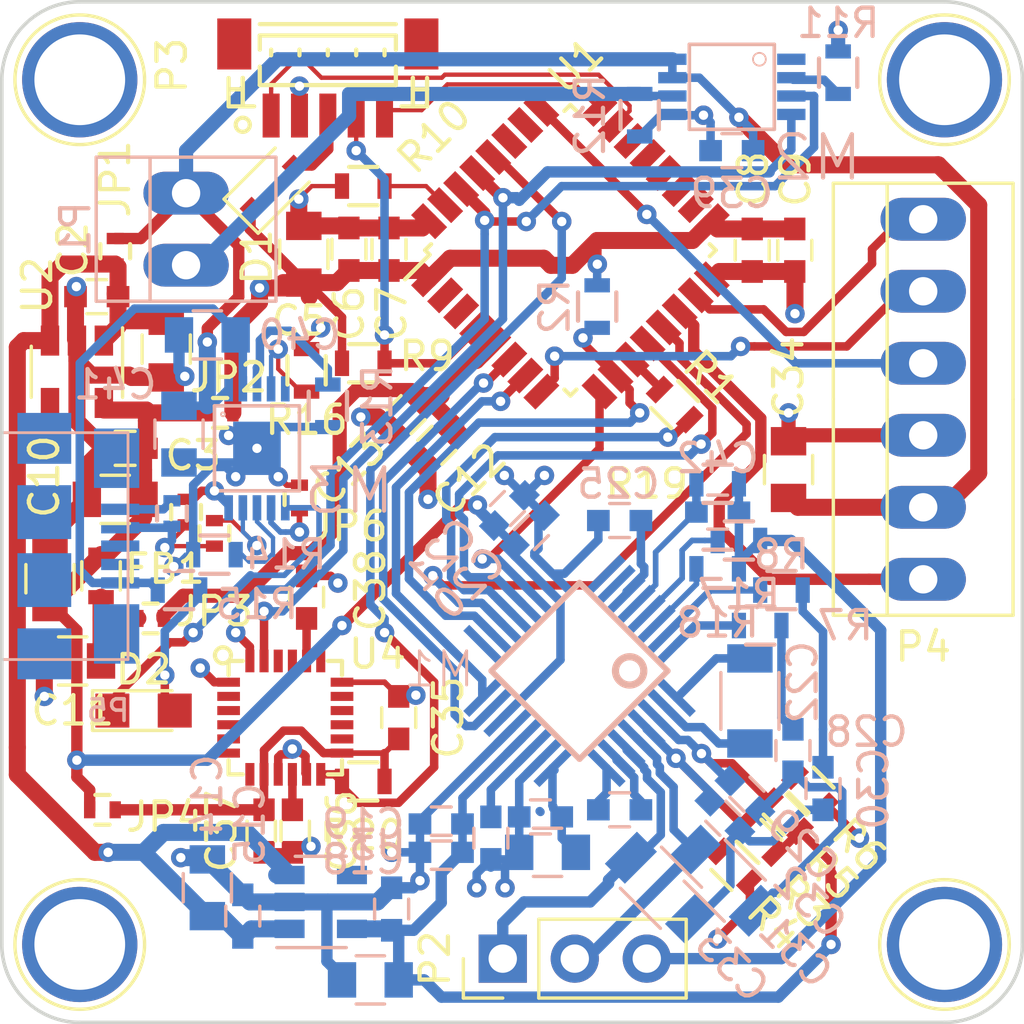
<source format=kicad_pcb>
(kicad_pcb (version 4) (host pcbnew 4.0.4+e1-6308~48~ubuntu15.10.1-stable)
  (layers (0 F.Cu jumper) (1 In1.Cu signal hide) (2 In2.Cu signal hide) (31 B.Cu signal hide) (34 B.Paste user) (35 F.Paste user) (36 B.SilkS user hide) (37 F.SilkS user hide) (38 B.Mask user hide) (39 F.Mask user hide) (44 Edge.Cuts user))
  (net 0 "")
  (net 1 GND)
  (net 2 DVDD)
  (net 3 "Net-(C11-Pad1)")
  (net 4 AVDD_STM)
  (net 5 "Net-(M1-Pad31)")
  (net 6 "Net-(M1-Pad32)")
  (net 7 AVDD)
  (net 8 "Net-(C22-Pad1)")
  (net 9 "Net-(C22-Pad2)")
  (net 10 "Net-(C23-Pad1)")
  (net 11 "Net-(C23-Pad2)")
  (net 12 "Net-(C24-Pad1)")
  (net 13 "Net-(C25-Pad1)")
  (net 14 ADS_SCK)
  (net 15 "Net-(R1-Pad2)")
  (net 16 ADS_CS)
  (net 17 ADS_DIN)
  (net 18 ADS_DOUT)
  (net 19 "Net-(C26-Pad1)")
  (net 20 "Net-(C28-Pad1)")
  (net 21 "Net-(C28-Pad2)")
  (net 22 "Net-(C29-Pad2)")
  (net 23 "Net-(C30-Pad1)")
  (net 24 "Net-(C30-Pad2)")
  (net 25 IN_N)
  (net 26 "Net-(C32-Pad2)")
  (net 27 IN_P)
  (net 28 DVDD_STM)
  (net 29 SWDIO)
  (net 30 SWD_3V3)
  (net 31 SWD_NRST)
  (net 32 SWCLK)
  (net 33 "Net-(R10-Pad2)")
  (net 34 BT_TXD)
  (net 35 BT_RXD)
  (net 36 BT_EN)
  (net 37 BT_START)
  (net 38 DVDD_IMU)
  (net 39 "Net-(C37-Pad2)")
  (net 40 "Net-(C38-Pad2)")
  (net 41 "Net-(M2-Pad2)")
  (net 42 SDA)
  (net 43 SCL)
  (net 44 LIPO_N)
  (net 45 LIPO_P)
  (net 46 "Net-(M3-Pad3)")
  (net 47 "Net-(M3-Pad4)")
  (net 48 "Net-(M3-Pad8)")
  (net 49 5V_USB)
  (net 50 "Net-(JP5-Pad2)")
  (net 51 "Net-(D2-Pad2)")
  (net 52 "Net-(D2-Pad1)")
  (net 53 "Net-(JP6-Pad1)")
  (net 54 "Net-(JP7-Pad1)")
  (net 55 "Net-(JP8-Pad1)")
  (net 56 VBAT)
  (net 57 ADS_DRDY)
  (net 58 RLDINV)
  (net 59 RLDOUT)
  (net 60 RLD_DRV)
  (net 61 RLDIN)
  (net 62 ADS_RST)
  (net 63 ADS_START)
  (net 64 MPU_INT)
  (module Connect:PINHEAD1-2 (layer B.Cu) (at 126.5 70.75 270)
    (fp_text reference P1 (at 1.27 3.9 270) (layer B.SilkS) (effects (justify mirror)))
    (fp_text value CONN_01X02)
    (pad 1 thru_hole oval (at 0 0 270) (size 1.51 3.01) (drill 1) (layers *.Cu *.Mask) (net 45 LIPO_P))
    (pad 2 thru_hole oval (at 2.54 0 270) (size 1.51 3.01) (drill 1) (layers *.Cu *.Mask) (net 44 LIPO_N))
  )
  (module Pin_Headers:Pin_Header_Straight_1x03_Pitch2.54mm (layer F.Cu) (at 137.67 97.75 90)
    (fp_text reference P2 (at 0 -2.39 90) (layer F.SilkS))
    (fp_text value CONN_01X03)
    (pad 1 thru_hole rect (at 0 0 90) (size 1.7 1.7) (drill 1) (layers *.Cu *.Mask) (net 27 IN_P))
    (pad 2 thru_hole oval (at 0 2.54 90) (size 1.7 1.7) (drill 1) (layers *.Cu *.Mask) (net 25 IN_N))
    (pad 3 thru_hole oval (at 0 5.08 90) (size 1.7 1.7) (drill 1) (layers *.Cu *.Mask) (net 60 RLD_DRV))
  )
  (module open-project:MICRO-B_USB (layer B.Cu) (at 120.0522 83.19888 90)
    (fp_text reference P5 (at -5.80112 3.6978 180) (layer B.SilkS) (effects (font (size 0.762 0.762) (thickness 0.127)) (justify mirror)))
    (fp_text value USB_B hide)
    (pad "" smd rect (at -1.19888 1.4478 90) (size 1.89738 1.89738) (layers B.Cu B.Paste B.Mask))
    (pad "" smd rect (at 1.19888 1.4478 90) (size 1.89992 1.89738) (layers B.Cu B.Paste B.Mask))
    (pad "" smd rect (at 3.79984 1.4478 90) (size 1.79578 1.89738) (layers B.Cu B.Paste B.Mask))
    (pad "" smd rect (at -3.0988 3.99796 90) (size 2.0955 1.59766) (layers B.Cu B.Paste B.Mask))
    (pad 1 smd rect (at -1.29794 4.12496 90) (size 0.39878 1.3462) (layers B.Cu B.Paste B.Mask) (net 49 5V_USB) (clearance 0.2032))
    (pad 2 smd rect (at -0.6477 4.12496 90) (size 0.39878 1.3462) (layers B.Cu B.Paste B.Mask) (clearance 0.2032))
    (pad 3 smd rect (at 0 4.12496 90) (size 0.39878 1.3462) (layers B.Cu B.Paste B.Mask) (clearance 0.2032))
    (pad 4 smd rect (at 0.6477 4.12496 90) (size 0.39878 1.3462) (layers B.Cu B.Paste B.Mask) (net 1 GND) (clearance 0.2032))
    (pad 5 smd rect (at 1.29794 4.12496 90) (size 0.39878 1.3462) (layers B.Cu B.Paste B.Mask) (net 50 "Net-(JP5-Pad2)") (clearance 0.2032))
    (pad "" smd rect (at 3.0988 3.99796 90) (size 2.0955 1.59766) (layers B.Cu B.Paste B.Mask))
    (pad "" smd rect (at -3.79984 1.4478 90) (size 1.79578 1.89738) (layers B.Cu B.Paste B.Mask))
  )
  (module Connectors:PINHEAD1-6 (layer F.Cu) (at 152.5 84.37 90)
    (fp_text reference P4 (at -2.38 0 180) (layer F.SilkS))
    (fp_text value CONN_01X06)
    (pad 1 thru_hole oval (at 0 0 90) (size 1.51 3.01) (drill 1) (layers *.Cu *.Mask) (net 36 BT_EN))
    (pad 2 thru_hole oval (at 2.54 0 90) (size 1.51 3.01) (drill 1) (layers *.Cu *.Mask) (net 45 LIPO_P))
    (pad 3 thru_hole oval (at 5.08 0 90) (size 1.51 3.01) (drill 1) (layers *.Cu *.Mask) (net 1 GND))
    (pad 4 thru_hole oval (at 7.62 0 90) (size 1.51 3.01) (drill 1) (layers *.Cu *.Mask) (net 34 BT_TXD))
    (pad 5 thru_hole oval (at 10.16 0 90) (size 1.51 3.01) (drill 1) (layers *.Cu *.Mask) (net 35 BT_RXD))
    (pad 6 thru_hole oval (at 12.7 0 90) (size 1.51 3.01) (drill 1) (layers *.Cu *.Mask) (net 37 BT_START))
  )
  (module mpu6050:MPU-6050 (layer F.Cu) (at 130 89.25)
    (fp_text reference U4 (at 3.25 -2.25) (layer F.SilkS))
    (fp_text value MPU-6050 hide)
    (pad 1 smd rect (at -2 -1.25) (size 0.8 0.32) (layers F.Cu F.Paste F.Mask) (net 1 GND))
    (pad 2 smd rect (at -2 -0.75) (size 0.8 0.32) (layers F.Cu F.Paste F.Mask))
    (pad 3 smd rect (at -2 -0.25) (size 0.8 0.32) (layers F.Cu F.Paste F.Mask))
    (pad 4 smd rect (at -2 0.25) (size 0.8 0.32) (layers F.Cu F.Paste F.Mask))
    (pad 5 smd rect (at -2 0.75) (size 0.8 0.32) (layers F.Cu F.Paste F.Mask))
    (pad 6 smd rect (at -2 1.25) (size 0.8 0.32) (layers F.Cu F.Paste F.Mask))
    (pad 7 smd rect (at -1.25 2) (size 0.32 0.8) (layers F.Cu F.Paste F.Mask))
    (pad 8 smd rect (at -0.75 2) (size 0.32 0.8) (layers F.Cu F.Paste F.Mask) (net 38 DVDD_IMU))
    (pad 9 smd rect (at -0.25 2) (size 0.32 0.8) (layers F.Cu F.Paste F.Mask) (net 1 GND))
    (pad 10 smd rect (at 0.25 2) (size 0.32 0.8) (layers F.Cu F.Paste F.Mask) (net 39 "Net-(C37-Pad2)"))
    (pad 11 smd rect (at 0.75 2) (size 0.32 0.8) (layers F.Cu F.Paste F.Mask) (net 1 GND))
    (pad 12 smd rect (at 1.25 2) (size 0.32 0.8) (layers F.Cu F.Paste F.Mask) (net 64 MPU_INT))
    (pad 13 smd rect (at 2 1.25) (size 0.8 0.32) (layers F.Cu F.Paste F.Mask) (net 38 DVDD_IMU))
    (pad 14 smd rect (at 2 0.75) (size 0.8 0.32) (layers F.Cu F.Paste F.Mask))
    (pad 15 smd rect (at 2 0.25) (size 0.8 0.32) (layers F.Cu F.Paste F.Mask))
    (pad 16 smd rect (at 2 -0.25) (size 0.8 0.32) (layers F.Cu F.Paste F.Mask))
    (pad 17 smd rect (at 2 -0.75) (size 0.8 0.32) (layers F.Cu F.Paste F.Mask))
    (pad 18 smd rect (at 2 -1.25) (size 0.8 0.32) (layers F.Cu F.Paste F.Mask) (net 1 GND))
    (pad 19 smd rect (at 1.25 -2) (size 0.32 0.8) (layers F.Cu F.Paste F.Mask))
    (pad 20 smd rect (at 0.75 -2) (size 0.32 0.8) (layers F.Cu F.Paste F.Mask) (net 40 "Net-(C38-Pad2)"))
    (pad 21 smd rect (at 0.25 -2) (size 0.32 0.8) (layers F.Cu F.Paste F.Mask))
    (pad 22 smd rect (at -0.25 -2) (size 0.32 0.8) (layers F.Cu F.Paste F.Mask))
    (pad 23 smd rect (at -0.75 -2) (size 0.32 0.8) (layers F.Cu F.Paste F.Mask) (net 43 SCL))
    (pad 24 smd rect (at -1.25 -2) (size 0.32 0.8) (layers F.Cu F.Paste F.Mask) (net 42 SDA))
  )
  (module ltc_power:ltc_power-LTC4080 (layer B.Cu) (at 129 79.75)
    (fp_text reference M3 (at 3.25 1.5) (layer B.SilkS) (effects (justify mirror)))
    (fp_text value LTC4080X hide)
    (pad 1 smd rect (at -0.99822 -2.09804) (size 0.3048 0.889) (layers B.Cu B.Paste B.Mask) (net 45 LIPO_P))
    (pad 2 smd rect (at -0.49784 -2.09804) (size 0.3048 0.889) (layers B.Cu B.Paste B.Mask) (net 49 5V_USB))
    (pad 3 smd rect (at 0 -2.09804) (size 0.3048 0.889) (layers B.Cu B.Paste B.Mask) (net 46 "Net-(M3-Pad3)"))
    (pad 4 smd rect (at 0.49784 -2.09804) (size 0.3048 0.889) (layers B.Cu B.Paste B.Mask) (net 47 "Net-(M3-Pad4)"))
    (pad 5 smd rect (at 0.99822 -2.09804) (size 0.3048 0.889) (layers B.Cu B.Paste B.Mask))
    (pad 6 smd rect (at 0.99822 2.09804) (size 0.3048 0.889) (layers B.Cu B.Paste B.Mask) (net 52 "Net-(D2-Pad1)"))
    (pad 7 smd rect (at 0.49784 2.09804) (size 0.3048 0.889) (layers B.Cu B.Paste B.Mask) (net 53 "Net-(JP6-Pad1)"))
    (pad 8 smd rect (at 0 2.09804) (size 0.3048 0.889) (layers B.Cu B.Paste B.Mask) (net 48 "Net-(M3-Pad8)"))
    (pad 9 smd rect (at -0.49784 2.09804) (size 0.3048 0.889) (layers B.Cu B.Paste B.Mask) (net 55 "Net-(JP8-Pad1)"))
    (pad 10 smd rect (at -0.99822 2.09804) (size 0.3048 0.889) (layers B.Cu B.Paste B.Mask) (net 54 "Net-(JP7-Pad1)"))
    (pad 11 smd rect (at 0 0) (size 1.67894 1.8796) (layers B.Cu B.Paste B.Mask) (net 1 GND))
  )
  (module stm_battery:stm_battery-MINISO-8 (layer B.Cu) (at 145.75 67 270)
    (fp_text reference M2 (at 2.5 -3 360) (layer B.SilkS) (effects (justify mirror)))
    (fp_text value STC3100 hide)
    (pad 1 smd rect (at -0.97282 -2.09804 180) (size 0.99822 0.39878) (layers B.Cu B.Paste B.Mask))
    (pad 2 smd rect (at -0.32258 -2.09804 180) (size 0.99822 0.39878) (layers B.Cu B.Paste B.Mask) (net 41 "Net-(M2-Pad2)"))
    (pad 3 smd rect (at 0.32258 -2.09804 180) (size 0.99822 0.39878) (layers B.Cu B.Paste B.Mask) (net 42 SDA))
    (pad 4 smd rect (at 0.97282 -2.09804 180) (size 0.99822 0.39878) (layers B.Cu B.Paste B.Mask) (net 43 SCL))
    (pad 5 smd rect (at 0.97282 2.09804 180) (size 0.99822 0.39878) (layers B.Cu B.Paste B.Mask) (net 1 GND))
    (pad 6 smd rect (at 0.32258 2.09804 180) (size 0.99822 0.39878) (layers B.Cu B.Paste B.Mask) (net 44 LIPO_N))
    (pad 7 smd rect (at -0.32258 2.09804 180) (size 0.99822 0.39878) (layers B.Cu B.Paste B.Mask) (net 45 LIPO_P))
    (pad 8 smd rect (at -0.97282 2.09804 180) (size 0.99822 0.39878) (layers B.Cu B.Paste B.Mask) (net 45 LIPO_P))
  )
  (module Diodes_SMD:D_SOD-323 (layer F.Cu) (at 129.5 70.5 45)
    (fp_text reference D1 (at -2.12132 1.414214 270) (layer F.SilkS))
    (fp_text value D_Schottky)
    (pad 1 smd rect (at -1.05 0 45) (size 0.6 0.45) (layers F.Cu F.Paste F.Mask) (net 28 DVDD_STM))
    (pad 2 smd rect (at 1.05 0 45) (size 0.6 0.45) (layers F.Cu F.Paste F.Mask) (net 30 SWD_3V3))
  )
  (module Connectors_JST:JST_SH_BM05B-SRSS-TB_05x1.00mm_Straight (layer F.Cu) (at 131.5 66.75)
    (fp_text reference P3 (at -5.5 -0.5 90) (layer F.SilkS))
    (fp_text value CONN_01X05)
    (pad 1 smd rect (at -2 1.2625) (size 0.6 1.55) (layers F.Cu F.Paste F.Mask) (net 29 SWDIO))
    (pad 2 smd rect (at -1 1.2625) (size 0.6 1.55) (layers F.Cu F.Paste F.Mask) (net 1 GND))
    (pad 3 smd rect (at 0 1.2625) (size 0.6 1.55) (layers F.Cu F.Paste F.Mask) (net 30 SWD_3V3))
    (pad 4 smd rect (at 1 1.2625) (size 0.6 1.55) (layers F.Cu F.Paste F.Mask) (net 31 SWD_NRST))
    (pad 5 smd rect (at 2 1.2625) (size 0.6 1.55) (layers F.Cu F.Paste F.Mask) (net 32 SWCLK))
    (pad "" smd rect (at -3.3 -1.2625) (size 1.2 1.8) (layers F.Cu F.Paste F.Mask))
    (pad "" smd rect (at 3.3 -1.2625) (size 1.2 1.8) (layers F.Cu F.Paste F.Mask))
  )
  (module Connect:1pin (layer F.Cu) (at 153.25 66.75)
    (fp_text reference "" (at 0 -3.048) (layer F.SilkS))
    (fp_text value 1pin)
    (pad "" np_thru_hole circle (at 0 0) (size 4.064 4.064) (drill 3.2) (layers *.Cu *.Mask))
  )
  (module Connect:1pin (layer F.Cu) (at 122.75 66.75)
    (fp_text reference "" (at 0 -3.048) (layer F.SilkS))
    (fp_text value 1pin)
    (pad "" np_thru_hole circle (at 0 0) (size 4.064 4.064) (drill 3.2) (layers *.Cu *.Mask))
  )
  (module Connect:1pin (layer F.Cu) (at 153.25 97.25)
    (fp_text reference "" (at 0 -3.048) (layer F.SilkS))
    (fp_text value 1pin)
    (pad "" np_thru_hole circle (at 0 0) (size 4.064 4.064) (drill 3.2) (layers *.Cu *.Mask))
  )
  (module Housings_QFP:LQFP-32_7x7mm_Pitch0.8mm (layer F.Cu) (at 140.057123 72.762824 45)
    (fp_text reference U1 (at 4.741647 -4.468877 45) (layer F.SilkS))
    (fp_text value STM32F030K6)
    (pad 1 smd rect (at -4.25 -2.8 45) (size 1.2 0.6) (layers F.Cu F.Paste F.Mask) (net 28 DVDD_STM))
    (pad 2 smd rect (at -4.25 -2 45) (size 1.2 0.6) (layers F.Cu F.Paste F.Mask))
    (pad 3 smd rect (at -4.25 -1.2 45) (size 1.2 0.6) (layers F.Cu F.Paste F.Mask))
    (pad 4 smd rect (at -4.25 -0.4 45) (size 1.2 0.6) (layers F.Cu F.Paste F.Mask) (net 31 SWD_NRST))
    (pad 5 smd rect (at -4.25 0.4 45) (size 1.2 0.6) (layers F.Cu F.Paste F.Mask) (net 4 AVDD_STM))
    (pad 6 smd rect (at -4.25 1.2 45) (size 1.2 0.6) (layers F.Cu F.Paste F.Mask) (net 62 ADS_RST))
    (pad 7 smd rect (at -4.25 2 45) (size 1.2 0.6) (layers F.Cu F.Paste F.Mask) (net 63 ADS_START))
    (pad 8 smd rect (at -4.25 2.8 45) (size 1.2 0.6) (layers F.Cu F.Paste F.Mask) (net 35 BT_RXD))
    (pad 9 smd rect (at -2.8 4.25 135) (size 1.2 0.6) (layers F.Cu F.Paste F.Mask) (net 57 ADS_DRDY))
    (pad 10 smd rect (at -2 4.25 135) (size 1.2 0.6) (layers F.Cu F.Paste F.Mask) (net 16 ADS_CS))
    (pad 11 smd rect (at -1.2 4.25 135) (size 1.2 0.6) (layers F.Cu F.Paste F.Mask) (net 15 "Net-(R1-Pad2)"))
    (pad 12 smd rect (at -0.4 4.25 135) (size 1.2 0.6) (layers F.Cu F.Paste F.Mask) (net 18 ADS_DOUT))
    (pad 13 smd rect (at 0.4 4.25 135) (size 1.2 0.6) (layers F.Cu F.Paste F.Mask) (net 17 ADS_DIN))
    (pad 14 smd rect (at 1.2 4.25 135) (size 1.2 0.6) (layers F.Cu F.Paste F.Mask) (net 36 BT_EN))
    (pad 15 smd rect (at 2 4.25 135) (size 1.2 0.6) (layers F.Cu F.Paste F.Mask) (net 37 BT_START))
    (pad 16 smd rect (at 2.8 4.25 135) (size 1.2 0.6) (layers F.Cu F.Paste F.Mask) (net 1 GND))
    (pad 17 smd rect (at 4.25 2.8 45) (size 1.2 0.6) (layers F.Cu F.Paste F.Mask) (net 28 DVDD_STM))
    (pad 18 smd rect (at 4.25 2 45) (size 1.2 0.6) (layers F.Cu F.Paste F.Mask))
    (pad 19 smd rect (at 4.25 1.2 45) (size 1.2 0.6) (layers F.Cu F.Paste F.Mask))
    (pad 20 smd rect (at 4.25 0.4 45) (size 1.2 0.6) (layers F.Cu F.Paste F.Mask))
    (pad 21 smd rect (at 4.25 -0.4 45) (size 1.2 0.6) (layers F.Cu F.Paste F.Mask))
    (pad 22 smd rect (at 4.25 -1.2 45) (size 1.2 0.6) (layers F.Cu F.Paste F.Mask))
    (pad 23 smd rect (at 4.25 -2 45) (size 1.2 0.6) (layers F.Cu F.Paste F.Mask) (net 29 SWDIO))
    (pad 24 smd rect (at 4.25 -2.8 45) (size 1.2 0.6) (layers F.Cu F.Paste F.Mask) (net 32 SWCLK))
    (pad 25 smd rect (at 2.8 -4.25 135) (size 1.2 0.6) (layers F.Cu F.Paste F.Mask) (net 34 BT_TXD))
    (pad 26 smd rect (at 2 -4.25 135) (size 1.2 0.6) (layers F.Cu F.Paste F.Mask))
    (pad 27 smd rect (at 1.2 -4.25 135) (size 1.2 0.6) (layers F.Cu F.Paste F.Mask))
    (pad 28 smd rect (at 0.4 -4.25 135) (size 1.2 0.6) (layers F.Cu F.Paste F.Mask) (net 64 MPU_INT))
    (pad 29 smd rect (at -0.4 -4.25 135) (size 1.2 0.6) (layers F.Cu F.Paste F.Mask) (net 43 SCL))
    (pad 30 smd rect (at -1.2 -4.25 135) (size 1.2 0.6) (layers F.Cu F.Paste F.Mask) (net 42 SDA))
    (pad 31 smd rect (at -2 -4.25 135) (size 1.2 0.6) (layers F.Cu F.Paste F.Mask) (net 33 "Net-(R10-Pad2)"))
    (pad 32 smd rect (at -2.8 -4.25 135) (size 1.2 0.6) (layers F.Cu F.Paste F.Mask) (net 1 GND))
  )
  (module Capacitors_SMD:C_1206 (layer B.Cu) (at 143.25 95.25 135)
    (fp_text reference C33 (at -3.712311 -0.176777 135) (layer B.SilkS) (effects (justify mirror)))
    (fp_text value 0U1)
    (pad 1 smd rect (at -1.5 0 135) (size 1 1.6) (layers B.Cu B.Paste B.Mask) (net 23 "Net-(C30-Pad1)"))
    (pad 2 smd rect (at 1.5 0 135) (size 1 1.6) (layers B.Cu B.Paste B.Mask) (net 27 IN_P))
  )
  (module Capacitors_SMD:C_0603 (layer B.Cu) (at 141.791918 82.296843 180)
    (fp_text reference C25 (at 0.041918 1.296843 180) (layer B.SilkS) (effects (justify mirror)))
    (fp_text value 1U0)
    (pad 1 smd rect (at -0.75 0 180) (size 0.8 0.75) (layers B.Cu B.Paste B.Mask) (net 13 "Net-(C25-Pad1)"))
    (pad 2 smd rect (at 0.75 0 180) (size 0.8 0.75) (layers B.Cu B.Paste B.Mask) (net 1 GND))
  )
  (module circuitects:SQFP-S-5X5-32 (layer B.Cu) (at 140.377704 87.600144 225)
    (fp_text reference M1 (at 3.024692 2.105657 360) (layer B.SilkS) (effects (font (size 1.2065 1.2065) (thickness 0.1016)) (justify left bottom mirror)))
    (fp_text value ADS1292R-TQFP hide)
    (pad 1 smd rect (at -1.75 -3.1 225) (size 0.3 1.6) (layers B.Cu B.Paste B.Mask) (net 8 "Net-(C22-Pad1)"))
    (pad 2 smd rect (at -1.25 -3.1 225) (size 0.3 1.6) (layers B.Cu B.Paste B.Mask) (net 9 "Net-(C22-Pad2)"))
    (pad 3 smd rect (at -0.75 -3.1 225) (size 0.3 1.6) (layers B.Cu B.Paste B.Mask) (net 22 "Net-(C29-Pad2)"))
    (pad 4 smd rect (at -0.25 -3.1 225) (size 0.3 1.6) (layers B.Cu B.Paste B.Mask) (net 26 "Net-(C32-Pad2)"))
    (pad 5 smd rect (at 0.25 -3.1 225) (size 0.3 1.6) (layers B.Cu B.Paste B.Mask) (net 25 IN_N))
    (pad 6 smd rect (at 0.75 -3.1 225) (size 0.3 1.6) (layers B.Cu B.Paste B.Mask) (net 27 IN_P))
    (pad 7 smd rect (at 1.25 -3.1 225) (size 0.3 1.6) (layers B.Cu B.Paste B.Mask) (net 10 "Net-(C23-Pad1)"))
    (pad 8 smd rect (at 1.75 -3.1 225) (size 0.3 1.6) (layers B.Cu B.Paste B.Mask) (net 11 "Net-(C23-Pad2)"))
    (pad 9 smd rect (at 3.1 -1.75 225) (size 1.6 0.3) (layers B.Cu B.Paste B.Mask) (net 19 "Net-(C26-Pad1)"))
    (pad 10 smd rect (at 3.1 -1.25 225) (size 1.6 0.3) (layers B.Cu B.Paste B.Mask) (net 1 GND))
    (pad 11 smd rect (at 3.1 -0.75 225) (size 1.6 0.3) (layers B.Cu B.Paste B.Mask) (net 12 "Net-(C24-Pad1)"))
    (pad 12 smd rect (at 3.1 -0.25 225) (size 1.6 0.3) (layers B.Cu B.Paste B.Mask) (net 7 AVDD))
    (pad 13 smd rect (at 3.1 0.25 225) (size 1.6 0.3) (layers B.Cu B.Paste B.Mask) (net 1 GND))
    (pad 14 smd rect (at 3.1 0.75 225) (size 1.6 0.3) (layers B.Cu B.Paste B.Mask) (net 2 DVDD))
    (pad 15 smd rect (at 3.1 1.25 225) (size 1.6 0.3) (layers B.Cu B.Paste B.Mask) (net 62 ADS_RST))
    (pad 16 smd rect (at 3.1 1.75 225) (size 1.6 0.3) (layers B.Cu B.Paste B.Mask) (net 63 ADS_START))
    (pad 17 smd rect (at 1.75 3.1 225) (size 0.3 1.6) (layers B.Cu B.Paste B.Mask))
    (pad 18 smd rect (at 1.25 3.1 225) (size 0.3 1.6) (layers B.Cu B.Paste B.Mask) (net 16 ADS_CS))
    (pad 19 smd rect (at 0.75 3.1 225) (size 0.3 1.6) (layers B.Cu B.Paste B.Mask) (net 17 ADS_DIN))
    (pad 20 smd rect (at 0.25 3.1 225) (size 0.3 1.6) (layers B.Cu B.Paste B.Mask) (net 14 ADS_SCK))
    (pad 21 smd rect (at -0.25 3.1 225) (size 0.3 1.6) (layers B.Cu B.Paste B.Mask) (net 18 ADS_DOUT))
    (pad 22 smd rect (at -0.75 3.1 225) (size 0.3 1.6) (layers B.Cu B.Paste B.Mask) (net 57 ADS_DRDY))
    (pad 23 smd rect (at -1.25 3.1 225) (size 0.3 1.6) (layers B.Cu B.Paste B.Mask) (net 2 DVDD))
    (pad 24 smd rect (at -1.75 3.1 225) (size 0.3 1.6) (layers B.Cu B.Paste B.Mask) (net 1 GND))
    (pad 25 smd rect (at -3.1 1.75 225) (size 1.6 0.3) (layers B.Cu B.Paste B.Mask))
    (pad 26 smd rect (at -3.1 1.25 225) (size 1.6 0.3) (layers B.Cu B.Paste B.Mask))
    (pad 27 smd rect (at -3.1 0.75 225) (size 1.6 0.3) (layers B.Cu B.Paste B.Mask) (net 13 "Net-(C25-Pad1)"))
    (pad 28 smd rect (at -3.1 0.25 225) (size 1.6 0.3) (layers B.Cu B.Paste B.Mask) (net 58 RLDINV))
    (pad 29 smd rect (at -3.1 -0.25 225) (size 1.6 0.3) (layers B.Cu B.Paste B.Mask) (net 61 RLDIN))
    (pad 30 smd rect (at -3.1 -0.75 225) (size 1.6 0.3) (layers B.Cu B.Paste B.Mask) (net 59 RLDOUT))
    (pad 31 smd rect (at -3.1 -1.25 225) (size 1.6 0.3) (layers B.Cu B.Paste B.Mask) (net 5 "Net-(M1-Pad31)"))
    (pad 32 smd rect (at -3.1 -1.75 225) (size 1.6 0.3) (layers B.Cu B.Paste B.Mask) (net 6 "Net-(M1-Pad32)"))
  )
  (module Capacitors_SMD:C_0805 (layer F.Cu) (at 124 81.55 180)
    (fp_text reference C4 hide)
    (fp_text value 10U)
    (pad 1 smd rect (at -1 0 180) (size 1 1.25) (layers F.Cu F.Paste F.Mask) (net 2 DVDD))
    (pad 2 smd rect (at 1 0 180) (size 1 1.25) (layers F.Cu F.Paste F.Mask) (net 1 GND))
  )
  (module Capacitors_SMD:C_0603 (layer F.Cu) (at 132.243593 72.727469 90)
    (fp_text reference C6 (at -2.272531 0.006407 270) (layer F.SilkS))
    (fp_text value 1U0)
    (pad 1 smd rect (at -0.75 0 90) (size 0.8 0.75) (layers F.Cu F.Paste F.Mask) (net 28 DVDD_STM))
    (pad 2 smd rect (at 0.75 0 90) (size 0.8 0.75) (layers F.Cu F.Paste F.Mask) (net 1 GND))
  )
  (module Resistors_SMD:R_0402 (layer F.Cu) (at 124 72.8 270)
    (fp_text reference JP1 (at -2.55 0 270) (layer F.SilkS))
    (fp_text value JUMPER)
    (pad 1 smd rect (at -0.45 0 270) (size 0.4 0.6) (layers F.Cu F.Paste F.Mask) (net 45 LIPO_P))
    (pad 2 smd rect (at 0.45 0 270) (size 0.4 0.6) (layers F.Cu F.Paste F.Mask) (net 56 VBAT))
  )
  (module Capacitors_SMD:C_0805 (layer F.Cu) (at 125.8 76.25 270)
    (fp_text reference C1 hide)
    (fp_text value 10U)
    (pad 1 smd rect (at -1 0 270) (size 1 1.25) (layers F.Cu F.Paste F.Mask) (net 56 VBAT))
    (pad 2 smd rect (at 1 0 270) (size 1 1.25) (layers F.Cu F.Paste F.Mask) (net 1 GND))
  )
  (module Capacitors_SMD:C_0603 (layer F.Cu) (at 123.35 74.4 180)
    (fp_text reference C2 (at 0.85 1.65 270) (layer F.SilkS))
    (fp_text value 1U0)
    (pad 1 smd rect (at -0.75 0 180) (size 0.8 0.75) (layers F.Cu F.Paste F.Mask) (net 56 VBAT))
    (pad 2 smd rect (at 0.75 0 180) (size 0.8 0.75) (layers F.Cu F.Paste F.Mask) (net 1 GND))
  )
  (module Capacitors_SMD:C_0603 (layer F.Cu) (at 124.35 79.75 180)
    (fp_text reference C3 (at -2.4 -0.25 180) (layer F.SilkS))
    (fp_text value 1U0)
    (pad 1 smd rect (at -0.75 0 180) (size 0.8 0.75) (layers F.Cu F.Paste F.Mask) (net 2 DVDD))
    (pad 2 smd rect (at 0.75 0 180) (size 0.8 0.75) (layers F.Cu F.Paste F.Mask) (net 1 GND))
  )
  (module Capacitors_SMD:C_0805 (layer F.Cu) (at 130.652603 72.904246 90)
    (fp_text reference C5 (at -2.345754 -0.152603 180) (layer F.SilkS))
    (fp_text value 10U)
    (pad 1 smd rect (at -1 0 90) (size 1 1.25) (layers F.Cu F.Paste F.Mask) (net 28 DVDD_STM))
    (pad 2 smd rect (at 1 0 90) (size 1 1.25) (layers F.Cu F.Paste F.Mask) (net 1 GND))
  )
  (module Capacitors_SMD:C_0603 (layer F.Cu) (at 133.657807 72.727469 90)
    (fp_text reference C7 (at -2.272531 0.092193 270) (layer F.SilkS))
    (fp_text value 0U1)
    (pad 1 smd rect (at -0.75 0 90) (size 0.8 0.75) (layers F.Cu F.Paste F.Mask) (net 28 DVDD_STM))
    (pad 2 smd rect (at 0.75 0 90) (size 0.8 0.75) (layers F.Cu F.Paste F.Mask) (net 1 GND))
  )
  (module Capacitors_SMD:C_0603 (layer F.Cu) (at 146.469613 72.762824 270)
    (fp_text reference C8 (at -2.512824 -0.030387 270) (layer F.SilkS))
    (fp_text value 1U0)
    (pad 1 smd rect (at -0.75 0 270) (size 0.8 0.75) (layers F.Cu F.Paste F.Mask) (net 28 DVDD_STM))
    (pad 2 smd rect (at 0.75 0 270) (size 0.8 0.75) (layers F.Cu F.Paste F.Mask) (net 1 GND))
  )
  (module Capacitors_SMD:C_0603 (layer F.Cu) (at 147.969613 72.762824 270)
    (fp_text reference C9 (at -2.510229 -0.030387 270) (layer F.SilkS))
    (fp_text value 0U1)
    (pad 1 smd rect (at -0.75 0 270) (size 0.8 0.75) (layers F.Cu F.Paste F.Mask) (net 28 DVDD_STM))
    (pad 2 smd rect (at 0.75 0 270) (size 0.8 0.75) (layers F.Cu F.Paste F.Mask) (net 1 GND))
  )
  (module Capacitors_SMD:C_0805 (layer F.Cu) (at 121.7 84.35 90)
    (fp_text reference C10 (at 3.6 -0.2 90) (layer F.SilkS))
    (fp_text value 10U)
    (pad 1 smd rect (at -1 0 90) (size 1 1.25) (layers F.Cu F.Paste F.Mask) (net 2 DVDD))
    (pad 2 smd rect (at 1 0 90) (size 1 1.25) (layers F.Cu F.Paste F.Mask) (net 1 GND))
  )
  (module Capacitors_SMD:C_0603 (layer F.Cu) (at 135.34355 79.642973 225)
    (fp_text reference C12 (at 0.052 -1.668 225) (layer F.SilkS))
    (fp_text value 1U0)
    (pad 1 smd rect (at -0.75 0 225) (size 0.8 0.75) (layers F.Cu F.Paste F.Mask) (net 4 AVDD_STM))
    (pad 2 smd rect (at 0.75 0 225) (size 0.8 0.75) (layers F.Cu F.Paste F.Mask) (net 1 GND))
  )
  (module Capacitors_SMD:C_0603 (layer F.Cu) (at 134.258848 78.5611 225)
    (fp_text reference C13 (at 2.791479 0.049461 225) (layer F.SilkS))
    (fp_text value 0U1)
    (pad 1 smd rect (at -0.75 0 225) (size 0.8 0.75) (layers F.Cu F.Paste F.Mask) (net 4 AVDD_STM))
    (pad 2 smd rect (at 0.75 0 225) (size 0.8 0.75) (layers F.Cu F.Paste F.Mask) (net 1 GND))
  )
  (module TO_SOT_Packages_SMD:SOT-23-5 (layer F.Cu) (at 122.65 77.05 270)
    (fp_text reference U2 (at -3.05 1.4 270) (layer F.SilkS))
    (fp_text value LP5907_3.3V)
    (pad 1 smd rect (at -1.1 -0.95 270) (size 1.06 0.65) (layers F.Cu F.Paste F.Mask) (net 56 VBAT))
    (pad 2 smd rect (at -1.1 0 270) (size 1.06 0.65) (layers F.Cu F.Paste F.Mask) (net 1 GND))
    (pad 3 smd rect (at -1.1 0.95 270) (size 1.06 0.65) (layers F.Cu F.Paste F.Mask) (net 56 VBAT))
    (pad 4 smd rect (at 1.1 0.95 270) (size 1.06 0.65) (layers F.Cu F.Paste F.Mask))
    (pad 5 smd rect (at 1.1 -0.95 270) (size 1.06 0.65) (layers F.Cu F.Paste F.Mask) (net 2 DVDD))
  )
  (module Capacitors_SMD:C_0805 (layer F.Cu) (at 122.5 87.25 180)
    (fp_text reference C11 (at 0 -1.75 180) (layer F.SilkS))
    (fp_text value 10U)
    (pad 1 smd rect (at -1 0 180) (size 1 1.25) (layers F.Cu F.Paste F.Mask) (net 3 "Net-(C11-Pad1)"))
    (pad 2 smd rect (at 1 0 180) (size 1 1.25) (layers F.Cu F.Paste F.Mask) (net 1 GND))
  )
  (module Resistors_SMD:R_0402 (layer F.Cu) (at 127.7 78.5 180)
    (fp_text reference JP2 (at -0.3 1.25 180) (layer F.SilkS))
    (fp_text value JUMPER)
    (pad 1 smd rect (at -0.45 0 180) (size 0.4 0.6) (layers F.Cu F.Paste F.Mask) (net 28 DVDD_STM))
    (pad 2 smd rect (at 0.45 0 180) (size 0.4 0.6) (layers F.Cu F.Paste F.Mask) (net 2 DVDD))
  )
  (module Resistors_SMD:R_0402 (layer F.Cu) (at 125.25 85.75)
    (fp_text reference JP3 (at 2.25 -0.25 180) (layer F.SilkS))
    (fp_text value JUMPER)
    (pad 1 smd rect (at -0.45 0) (size 0.4 0.6) (layers F.Cu F.Paste F.Mask) (net 3 "Net-(C11-Pad1)"))
    (pad 2 smd rect (at 0.45 0) (size 0.4 0.6) (layers F.Cu F.Paste F.Mask) (net 4 AVDD_STM))
  )
  (module Inductors_SMD:L_0603 (layer F.Cu) (at 123.5 84.25 270)
    (fp_text reference FB1 (at -0.25 -2.25 360) (layer F.SilkS))
    (fp_text value FILTER)
    (pad 1 smd rect (at -0.75 0 270) (size 0.5 0.9) (layers F.Cu F.Paste F.Mask) (net 2 DVDD))
    (pad 2 smd rect (at 0.75 0 270) (size 0.5 0.9) (layers F.Cu F.Paste F.Mask) (net 3 "Net-(C11-Pad1)"))
  )
  (module Capacitors_SMD:C_0805 (layer B.Cu) (at 127.25 95.25 90)
    (fp_text reference C14 (at 3.25 0 90) (layer B.SilkS) (effects (justify mirror)))
    (fp_text value 10U)
    (pad 1 smd rect (at -1 0 90) (size 1 1.25) (layers B.Cu B.Paste B.Mask) (net 56 VBAT))
    (pad 2 smd rect (at 1 0 90) (size 1 1.25) (layers B.Cu B.Paste B.Mask) (net 1 GND))
  )
  (module Capacitors_SMD:C_0603 (layer B.Cu) (at 128.5 96.25 90)
    (fp_text reference C15 (at 3.25 0.25 270) (layer B.SilkS) (effects (justify mirror)))
    (fp_text value 1U0)
    (pad 1 smd rect (at -0.75 0 90) (size 0.8 0.75) (layers B.Cu B.Paste B.Mask) (net 56 VBAT))
    (pad 2 smd rect (at 0.75 0 90) (size 0.8 0.75) (layers B.Cu B.Paste B.Mask) (net 1 GND))
  )
  (module Capacitors_SMD:C_0603 (layer B.Cu) (at 133.75 96 90)
    (fp_text reference C16 hide)
    (fp_text value 1U0)
    (pad 1 smd rect (at -0.75 0 90) (size 0.8 0.75) (layers B.Cu B.Paste B.Mask) (net 7 AVDD))
    (pad 2 smd rect (at 0.75 0 90) (size 0.8 0.75) (layers B.Cu B.Paste B.Mask) (net 1 GND))
  )
  (module Capacitors_SMD:C_0805 (layer B.Cu) (at 133 98.5 180)
    (fp_text reference C17 hide)
    (fp_text value 10U)
    (pad 1 smd rect (at -1 0 180) (size 1 1.25) (layers B.Cu B.Paste B.Mask) (net 7 AVDD))
    (pad 2 smd rect (at 1 0 180) (size 1 1.25) (layers B.Cu B.Paste B.Mask) (net 1 GND))
  )
  (module TO_SOT_Packages_SMD:SOT-23-5 (layer B.Cu) (at 131.25 95.75)
    (fp_text reference U3 (at 2 -2) (layer B.SilkS) (effects (justify mirror)))
    (fp_text value LP5907_3.0V)
    (pad 1 smd rect (at -1.1 0.95) (size 1.06 0.65) (layers B.Cu B.Paste B.Mask) (net 56 VBAT))
    (pad 2 smd rect (at -1.1 0) (size 1.06 0.65) (layers B.Cu B.Paste B.Mask) (net 1 GND))
    (pad 3 smd rect (at -1.1 -0.95) (size 1.06 0.65) (layers B.Cu B.Paste B.Mask) (net 56 VBAT))
    (pad 4 smd rect (at 1.1 -0.95) (size 1.06 0.65) (layers B.Cu B.Paste B.Mask))
    (pad 5 smd rect (at 1.1 0.95) (size 1.06 0.65) (layers B.Cu B.Paste B.Mask) (net 7 AVDD))
  )
  (module Capacitors_SMD:C_0603 (layer B.Cu) (at 135.5 94 180)
    (fp_text reference C18 (at 2.75 -0.25 180) (layer B.SilkS) (effects (justify mirror)))
    (fp_text value 1U0)
    (pad 1 smd rect (at -0.75 0 180) (size 0.8 0.75) (layers B.Cu B.Paste B.Mask) (net 7 AVDD))
    (pad 2 smd rect (at 0.75 0 180) (size 0.8 0.75) (layers B.Cu B.Paste B.Mask) (net 1 GND))
  )
  (module Capacitors_SMD:C_0603 (layer B.Cu) (at 135.5 93 180)
    (fp_text reference C19 (at 2.75 0 180) (layer B.SilkS) (effects (justify mirror)))
    (fp_text value 0U1)
    (pad 1 smd rect (at -0.75 0 180) (size 0.8 0.75) (layers B.Cu B.Paste B.Mask) (net 7 AVDD))
    (pad 2 smd rect (at 0.75 0 180) (size 0.8 0.75) (layers B.Cu B.Paste B.Mask) (net 1 GND))
  )
  (module Capacitors_SMD:C_0603 (layer B.Cu) (at 138.609937 82.650397 45)
    (fp_text reference C20 (at -2.799818 -0.184084 45) (layer B.SilkS) (effects (justify mirror)))
    (fp_text value 0U1)
    (pad 1 smd rect (at -0.75 0 45) (size 0.8 0.75) (layers B.Cu B.Paste B.Mask) (net 2 DVDD))
    (pad 2 smd rect (at 0.75 0 45) (size 0.8 0.75) (layers B.Cu B.Paste B.Mask) (net 1 GND))
  )
  (module Capacitors_SMD:C_0603 (layer B.Cu) (at 137.902831 81.94329 45)
    (fp_text reference C21 (at -2.799818 -0.598298 45) (layer B.SilkS) (effects (justify mirror)))
    (fp_text value 1U0)
    (pad 1 smd rect (at -0.75 0 45) (size 0.8 0.75) (layers B.Cu B.Paste B.Mask) (net 2 DVDD))
    (pad 2 smd rect (at 0.75 0 45) (size 0.8 0.75) (layers B.Cu B.Paste B.Mask) (net 1 GND))
  )
  (module Capacitors_SMD:C_1206 (layer B.Cu) (at 146.388112 88.660804 270)
    (fp_text reference C22 (at -0.660804 -1.861888 270) (layer B.SilkS) (effects (justify mirror)))
    (fp_text value 47N)
    (pad 1 smd rect (at -1.5 0 270) (size 1 1.6) (layers B.Cu B.Paste B.Mask) (net 8 "Net-(C22-Pad1)"))
    (pad 2 smd rect (at 1.5 0 270) (size 1 1.6) (layers B.Cu B.Paste B.Mask) (net 9 "Net-(C22-Pad2)"))
  )
  (module Capacitors_SMD:C_0603 (layer B.Cu) (at 141.791918 92.5 180)
    (fp_text reference C23 hide)
    (fp_text value 4N7)
    (pad 1 smd rect (at -0.75 0 180) (size 0.8 0.75) (layers B.Cu B.Paste B.Mask) (net 10 "Net-(C23-Pad1)"))
    (pad 2 smd rect (at 0.75 0 180) (size 0.8 0.75) (layers B.Cu B.Paste B.Mask) (net 11 "Net-(C23-Pad2)"))
  )
  (module Capacitors_SMD:C_0603 (layer B.Cu) (at 137.25 93.5 270)
    (fp_text reference C24 hide)
    (fp_text value 1U0)
    (pad 1 smd rect (at -0.75 0 270) (size 0.8 0.75) (layers B.Cu B.Paste B.Mask) (net 12 "Net-(C24-Pad1)"))
    (pad 2 smd rect (at 0.75 0 270) (size 0.8 0.75) (layers B.Cu B.Paste B.Mask) (net 1 GND))
  )
  (module Resistors_SMD:R_0603 (layer F.Cu) (at 143.734079 78.207546 135)
    (fp_text reference R1 (at -0.218054 1.572229 135) (layer F.SilkS))
    (fp_text value 33R)
    (pad 1 smd rect (at -0.75 0 135) (size 0.5 0.9) (layers F.Cu F.Paste F.Mask) (net 14 ADS_SCK))
    (pad 2 smd rect (at 0.75 0 135) (size 0.5 0.9) (layers F.Cu F.Paste F.Mask) (net 15 "Net-(R1-Pad2)"))
  )
  (module Resistors_SMD:R_0603 (layer B.Cu) (at 141 74.75 270)
    (fp_text reference R2 (at 0 1.5 270) (layer B.SilkS) (effects (justify mirror)))
    (fp_text value 10k)
    (pad 1 smd rect (at -0.75 0 270) (size 0.5 0.9) (layers B.Cu B.Paste B.Mask) (net 28 DVDD_STM))
    (pad 2 smd rect (at 0.75 0 270) (size 0.5 0.9) (layers B.Cu B.Paste B.Mask) (net 16 ADS_CS))
  )
  (module Capacitors_SMD:C_0805 (layer B.Cu) (at 139.25 94 180)
    (fp_text reference C26 hide)
    (fp_text value 10U)
    (pad 1 smd rect (at -1 0 180) (size 1 1.25) (layers B.Cu B.Paste B.Mask) (net 19 "Net-(C26-Pad1)"))
    (pad 2 smd rect (at 1 0 180) (size 1 1.25) (layers B.Cu B.Paste B.Mask) (net 1 GND))
  )
  (module Capacitors_SMD:C_0603 (layer B.Cu) (at 139 92.75 180)
    (fp_text reference C27 hide)
    (fp_text value 0U1)
    (pad 1 smd rect (at -0.75 0 180) (size 0.8 0.75) (layers B.Cu B.Paste B.Mask) (net 19 "Net-(C26-Pad1)"))
    (pad 2 smd rect (at 0.75 0 180) (size 0.8 0.75) (layers B.Cu B.Paste B.Mask) (net 1 GND))
  )
  (module Capacitors_SMD:C_0603 (layer B.Cu) (at 147.905879 90.410804 90)
    (fp_text reference C28 (at 0.660804 2.594121 180) (layer B.SilkS) (effects (justify mirror)))
    (fp_text value 2N2)
    (pad 1 smd rect (at -0.75 0 90) (size 0.8 0.75) (layers B.Cu B.Paste B.Mask) (net 20 "Net-(C28-Pad1)"))
    (pad 2 smd rect (at 0.75 0 90) (size 0.8 0.75) (layers B.Cu B.Paste B.Mask) (net 21 "Net-(C28-Pad2)"))
  )
  (module Capacitors_SMD:C_0603 (layer B.Cu) (at 146.211335 92.019562 135)
    (fp_text reference C29 (at -2.665158 0.217949 135) (layer B.SilkS) (effects (justify mirror)))
    (fp_text value 2N2)
    (pad 1 smd rect (at -0.75 0 135) (size 0.8 0.75) (layers B.Cu B.Paste B.Mask) (net 20 "Net-(C28-Pad1)"))
    (pad 2 smd rect (at 0.75 0 135) (size 0.8 0.75) (layers B.Cu B.Paste B.Mask) (net 22 "Net-(C29-Pad2)"))
  )
  (module Capacitors_SMD:C_0603 (layer B.Cu) (at 148.966539 91.75 90)
    (fp_text reference C30 (at 0 1.783461 90) (layer B.SilkS) (effects (justify mirror)))
    (fp_text value 2N2)
    (pad 1 smd rect (at -0.75 0 90) (size 0.8 0.75) (layers B.Cu B.Paste B.Mask) (net 23 "Net-(C30-Pad1)"))
    (pad 2 smd rect (at 0.75 0 90) (size 0.8 0.75) (layers B.Cu B.Paste B.Mask) (net 24 "Net-(C30-Pad2)"))
  )
  (module Capacitors_SMD:C_1206 (layer B.Cu) (at 145.5 95 135)
    (fp_text reference C31 (at -3.535534 0 135) (layer B.SilkS) (effects (justify mirror)))
    (fp_text value 0U1)
    (pad 1 smd rect (at -1.5 0 135) (size 1 1.6) (layers B.Cu B.Paste B.Mask) (net 20 "Net-(C28-Pad1)"))
    (pad 2 smd rect (at 1.5 0 135) (size 1 1.6) (layers B.Cu B.Paste B.Mask) (net 25 IN_N))
  )
  (module Capacitors_SMD:C_0603 (layer B.Cu) (at 145.504229 92.726668 135)
    (fp_text reference C32 (at -4.256149 -0.019489 135) (layer B.SilkS) (effects (justify mirror)))
    (fp_text value 2N2)
    (pad 1 smd rect (at -0.75 0 135) (size 0.8 0.75) (layers B.Cu B.Paste B.Mask) (net 23 "Net-(C30-Pad1)"))
    (pad 2 smd rect (at 0.75 0 135) (size 0.8 0.75) (layers B.Cu B.Paste B.Mask) (net 26 "Net-(C32-Pad2)"))
  )
  (module Resistors_SMD:R_0603 (layer F.Cu) (at 146.75 93.5 315)
    (fp_text reference R3 (at 2.65165 0.53033 315) (layer F.SilkS))
    (fp_text value 10M)
    (pad 1 smd rect (at -0.75 0 315) (size 0.5 0.9) (layers F.Cu F.Paste F.Mask) (net 26 "Net-(C32-Pad2)"))
    (pad 2 smd rect (at 0.75 0 315) (size 0.5 0.9) (layers F.Cu F.Paste F.Mask) (net 7 AVDD))
  )
  (module Resistors_SMD:R_0603 (layer F.Cu) (at 145.857782 94.494435 315)
    (fp_text reference R4 (at 2.402595 0.433702 315) (layer F.SilkS))
    (fp_text value 10M)
    (pad 1 smd rect (at -0.75 0 315) (size 0.5 0.9) (layers F.Cu F.Paste F.Mask) (net 26 "Net-(C32-Pad2)"))
    (pad 2 smd rect (at 0.75 0 315) (size 0.5 0.9) (layers F.Cu F.Paste F.Mask) (net 1 GND))
  )
  (module Resistors_SMD:R_0603 (layer F.Cu) (at 147.625549 92.726668 315)
    (fp_text reference R5 (at 2.579372 0.282051 315) (layer F.SilkS))
    (fp_text value 10M)
    (pad 1 smd rect (at -0.75 0 315) (size 0.5 0.9) (layers F.Cu F.Paste F.Mask) (net 22 "Net-(C29-Pad2)"))
    (pad 2 smd rect (at 0.75 0 315) (size 0.5 0.9) (layers F.Cu F.Paste F.Mask) (net 7 AVDD))
  )
  (module Resistors_SMD:R_0603 (layer F.Cu) (at 148.509432 91.842785 315)
    (fp_text reference R6 (at 2.579372 0.117837 315) (layer F.SilkS))
    (fp_text value 10M)
    (pad 1 smd rect (at -0.75 0 315) (size 0.5 0.9) (layers F.Cu F.Paste F.Mask) (net 22 "Net-(C29-Pad2)"))
    (pad 2 smd rect (at 0.75 0 315) (size 0.5 0.9) (layers F.Cu F.Paste F.Mask) (net 1 GND))
  )
  (module Resistors_SMD:R_0603 (layer B.Cu) (at 146.75 86)
    (fp_text reference R7 (at 3 0) (layer B.SilkS) (effects (justify mirror)))
    (fp_text value 40k2)
    (pad 1 smd rect (at -0.75 0) (size 0.5 0.9) (layers B.Cu B.Paste B.Mask) (net 6 "Net-(M1-Pad32)"))
    (pad 2 smd rect (at 0.75 0) (size 0.5 0.9) (layers B.Cu B.Paste B.Mask) (net 21 "Net-(C28-Pad2)"))
  )
  (module Resistors_SMD:R_0603 (layer B.Cu) (at 147.5 84.75)
    (fp_text reference R8 (at 0 -1.25) (layer B.SilkS) (effects (justify mirror)))
    (fp_text value 40k2)
    (pad 1 smd rect (at -0.75 0) (size 0.5 0.9) (layers B.Cu B.Paste B.Mask) (net 5 "Net-(M1-Pad31)"))
    (pad 2 smd rect (at 0.75 0) (size 0.5 0.9) (layers B.Cu B.Paste B.Mask) (net 24 "Net-(C30-Pad2)"))
  )
  (module Resistors_SMD:R_0603 (layer F.Cu) (at 132.75 76.75)
    (fp_text reference R9 (at 2.25 -0.25) (layer F.SilkS))
    (fp_text value 10k)
    (pad 1 smd rect (at -0.75 0) (size 0.5 0.9) (layers F.Cu F.Paste F.Mask) (net 28 DVDD_STM))
    (pad 2 smd rect (at 0.75 0) (size 0.5 0.9) (layers F.Cu F.Paste F.Mask) (net 31 SWD_NRST))
  )
  (module Resistors_SMD:R_0603 (layer F.Cu) (at 132.75 70.5)
    (fp_text reference R10 (at 2.5 -1.75 45) (layer F.SilkS))
    (fp_text value 0R)
    (pad 1 smd rect (at -0.75 0) (size 0.5 0.9) (layers F.Cu F.Paste F.Mask) (net 1 GND))
    (pad 2 smd rect (at 0.75 0) (size 0.5 0.9) (layers F.Cu F.Paste F.Mask) (net 33 "Net-(R10-Pad2)"))
  )
  (module Capacitors_SMD:C_0805 (layer F.Cu) (at 147.75 80.5 90)
    (fp_text reference C34 (at 3.25 0 90) (layer F.SilkS))
    (fp_text value 10U)
    (pad 1 smd rect (at -1 0 90) (size 1 1.25) (layers F.Cu F.Paste F.Mask) (net 45 LIPO_P))
    (pad 2 smd rect (at 1 0 90) (size 1 1.25) (layers F.Cu F.Paste F.Mask) (net 1 GND))
  )
  (module Capacitors_SMD:C_0603 (layer F.Cu) (at 134 89.25 90)
    (fp_text reference C35 (at 0 1.75 90) (layer F.SilkS))
    (fp_text value 0U1)
    (pad 1 smd rect (at -0.75 0 90) (size 0.8 0.75) (layers F.Cu F.Paste F.Mask) (net 38 DVDD_IMU))
    (pad 2 smd rect (at 0.75 0 90) (size 0.8 0.75) (layers F.Cu F.Paste F.Mask) (net 1 GND))
  )
  (module Resistors_SMD:R_0402 (layer F.Cu) (at 123.55 92.5)
    (fp_text reference JP4 (at 2.2 0.25) (layer F.SilkS))
    (fp_text value JUMPER)
    (pad 1 smd rect (at -0.45 0) (size 0.4 0.6) (layers F.Cu F.Paste F.Mask) (net 2 DVDD))
    (pad 2 smd rect (at 0.45 0) (size 0.4 0.6) (layers F.Cu F.Paste F.Mask) (net 38 DVDD_IMU))
  )
  (module Capacitors_SMD:C_0603 (layer F.Cu) (at 129.25 93.25 270)
    (fp_text reference C36 (at 0 -2.75 270) (layer F.SilkS))
    (fp_text value 10N)
    (pad 1 smd rect (at -0.75 0 270) (size 0.8 0.75) (layers F.Cu F.Paste F.Mask) (net 38 DVDD_IMU))
    (pad 2 smd rect (at 0.75 0 270) (size 0.8 0.75) (layers F.Cu F.Paste F.Mask) (net 1 GND))
  )
  (module Capacitors_SMD:C_0603 (layer F.Cu) (at 130.25 93.25 90)
    (fp_text reference C37 (at 0 -2.5 90) (layer F.SilkS))
    (fp_text value 0U1)
    (pad 1 smd rect (at -0.75 0 90) (size 0.8 0.75) (layers F.Cu F.Paste F.Mask) (net 1 GND))
    (pad 2 smd rect (at 0.75 0 90) (size 0.8 0.75) (layers F.Cu F.Paste F.Mask) (net 39 "Net-(C37-Pad2)"))
  )
  (module Capacitors_SMD:C_0603 (layer F.Cu) (at 130.75 85 270)
    (fp_text reference C38 (at -0.25 -2.25 450) (layer F.SilkS))
    (fp_text value 2N2)
    (pad 1 smd rect (at -0.75 0 270) (size 0.8 0.75) (layers F.Cu F.Paste F.Mask) (net 1 GND))
    (pad 2 smd rect (at 0.75 0 270) (size 0.8 0.75) (layers F.Cu F.Paste F.Mask) (net 40 "Net-(C38-Pad2)"))
  )
  (module Connect:1pin (layer F.Cu) (at 122.75 97.25)
    (fp_text reference "" (at 0 -3.048) (layer F.SilkS))
    (fp_text value 1pin)
    (pad "" np_thru_hole circle (at 0 0) (size 4.064 4.064) (drill 3.2) (layers *.Cu *.Mask))
  )
  (module Capacitors_SMD:C_0603 (layer B.Cu) (at 145.75 69.25 180)
    (fp_text reference C39 (at 0 -1.5 180) (layer B.SilkS) (effects (justify mirror)))
    (fp_text value 1U0)
    (pad 1 smd rect (at -0.75 0 180) (size 0.8 0.75) (layers B.Cu B.Paste B.Mask) (net 45 LIPO_P))
    (pad 2 smd rect (at 0.75 0 180) (size 0.8 0.75) (layers B.Cu B.Paste B.Mask) (net 1 GND))
  )
  (module Resistors_SMD:R_0603 (layer B.Cu) (at 149.5 66.5 90)
    (fp_text reference R11 (at 1.75 0 180) (layer B.SilkS) (effects (justify mirror)))
    (fp_text value "200k 0.1%")
    (pad 1 smd rect (at -0.75 0 90) (size 0.5 0.9) (layers B.Cu B.Paste B.Mask) (net 41 "Net-(M2-Pad2)"))
    (pad 2 smd rect (at 0.75 0 90) (size 0.5 0.9) (layers B.Cu B.Paste B.Mask) (net 1 GND))
  )
  (module Resistors_SMD:R_0603 (layer B.Cu) (at 142.5 68 270)
    (fp_text reference R12 (at 0 1.75 270) (layer B.SilkS) (effects (justify mirror)))
    (fp_text value 10m)
    (pad 1 smd rect (at -0.75 0 270) (size 0.5 0.9) (layers B.Cu B.Paste B.Mask) (net 44 LIPO_N))
    (pad 2 smd rect (at 0.75 0 270) (size 0.5 0.9) (layers B.Cu B.Paste B.Mask) (net 1 GND))
  )
  (module Capacitors_SMD:C_0805 (layer B.Cu) (at 127.25 75.75 180)
    (fp_text reference C40 (at -3.25 0 180) (layer B.SilkS) (effects (justify mirror)))
    (fp_text value 4U7)
    (pad 1 smd rect (at -1 0 180) (size 1 1.25) (layers B.Cu B.Paste B.Mask) (net 49 5V_USB))
    (pad 2 smd rect (at 1 0 180) (size 1 1.25) (layers B.Cu B.Paste B.Mask) (net 1 GND))
  )
  (module Resistors_SMD:R_0402 (layer B.Cu) (at 126 82.05 90)
    (fp_text reference JP5 hide)
    (fp_text value JUMPER hide)
    (pad 1 smd rect (at -0.45 0 90) (size 0.4 0.6) (layers B.Cu B.Paste B.Mask) (net 1 GND))
    (pad 2 smd rect (at 0.45 0 90) (size 0.4 0.6) (layers B.Cu B.Paste B.Mask) (net 50 "Net-(JP5-Pad2)"))
  )
  (module Capacitors_SMD:C_0805 (layer B.Cu) (at 126.25 79.25 270)
    (fp_text reference C41 (at -1.75 2.25 360) (layer B.SilkS) (effects (justify mirror)))
    (fp_text value 4U7 hide)
    (pad 1 smd rect (at -1 0 270) (size 1 1.25) (layers B.Cu B.Paste B.Mask) (net 45 LIPO_P))
    (pad 2 smd rect (at 1 0 270) (size 1 1.25) (layers B.Cu B.Paste B.Mask) (net 1 GND))
  )
  (module Resistors_SMD:R_0603 (layer B.Cu) (at 131.5 78.25 270)
    (fp_text reference R13 (at 0 -1.75 270) (layer B.SilkS) (effects (justify mirror)))
    (fp_text value 10k)
    (pad 1 smd rect (at -0.75 0 270) (size 0.5 0.9) (layers B.Cu B.Paste B.Mask) (net 46 "Net-(M3-Pad3)"))
    (pad 2 smd rect (at 0.75 0 270) (size 0.5 0.9) (layers B.Cu B.Paste B.Mask) (net 1 GND))
  )
  (module Resistors_SMD:R_0603 (layer B.Cu) (at 127.5 83.5 180)
    (fp_text reference R14 (at -2.5 0 180) (layer B.SilkS) (effects (justify mirror)))
    (fp_text value 10k)
    (pad 1 smd rect (at -0.75 0 180) (size 0.5 0.9) (layers B.Cu B.Paste B.Mask) (net 48 "Net-(M3-Pad8)"))
    (pad 2 smd rect (at 0.75 0 180) (size 0.5 0.9) (layers B.Cu B.Paste B.Mask) (net 1 GND))
  )
  (module LEDs:LED_0805 (layer F.Cu) (at 125 89)
    (fp_text reference D2 (at 0 -1.45) (layer F.SilkS))
    (fp_text value LED)
    (pad 2 smd rect (at 1.1 0 180) (size 1.2 1.2) (layers F.Cu F.Paste F.Mask) (net 51 "Net-(D2-Pad2)"))
    (pad 1 smd rect (at -1.1 0 180) (size 1.2 1.2) (layers F.Cu F.Paste F.Mask) (net 52 "Net-(D2-Pad1)"))
  )
  (module Resistors_SMD:R_0402 (layer F.Cu) (at 130.5 81.5 90)
    (fp_text reference JP6 (at -1 1.75 180) (layer F.SilkS))
    (fp_text value JUMPER)
    (pad 1 smd rect (at -0.45 0 90) (size 0.4 0.6) (layers F.Cu F.Paste F.Mask) (net 53 "Net-(JP6-Pad1)"))
    (pad 2 smd rect (at 0.45 0 90) (size 0.4 0.6) (layers F.Cu F.Paste F.Mask) (net 1 GND))
  )
  (module Resistors_SMD:R_0402 (layer F.Cu) (at 126.5 82 270)
    (fp_text reference JP7 hide)
    (fp_text value JUMPER)
    (pad 1 smd rect (at -0.45 0 270) (size 0.4 0.6) (layers F.Cu F.Paste F.Mask) (net 54 "Net-(JP7-Pad1)"))
    (pad 2 smd rect (at 0.45 0 270) (size 0.4 0.6) (layers F.Cu F.Paste F.Mask) (net 1 GND))
  )
  (module Resistors_SMD:R_0402 (layer F.Cu) (at 127.5 82.75 270)
    (fp_text reference JP8 hide)
    (fp_text value JUMPER)
    (pad 1 smd rect (at -0.45 0 270) (size 0.4 0.6) (layers F.Cu F.Paste F.Mask) (net 55 "Net-(JP8-Pad1)"))
    (pad 2 smd rect (at 0.45 0 270) (size 0.4 0.6) (layers F.Cu F.Paste F.Mask) (net 1 GND))
  )
  (module Resistors_SMD:R_0603 (layer B.Cu) (at 126.25 84.75)
    (fp_text reference R15 (at 2.75 0.5) (layer B.SilkS) (effects (justify mirror)))
    (fp_text value 220)
    (pad 1 smd rect (at -0.75 0) (size 0.5 0.9) (layers B.Cu B.Paste B.Mask) (net 49 5V_USB))
    (pad 2 smd rect (at 0.75 0) (size 0.5 0.9) (layers B.Cu B.Paste B.Mask) (net 51 "Net-(D2-Pad2)"))
  )
  (module Resistors_SMD:R_0603 (layer F.Cu) (at 130.75 77 90)
    (fp_text reference R16 (at -1.75 0 180) (layer F.SilkS))
    (fp_text value 2k0)
    (pad 1 smd rect (at -0.75 0 90) (size 0.5 0.9) (layers F.Cu F.Paste F.Mask) (net 47 "Net-(M3-Pad4)"))
    (pad 2 smd rect (at 0.75 0 90) (size 0.5 0.9) (layers F.Cu F.Paste F.Mask) (net 1 GND))
  )
  (module Resistors_SMD:R_0603 (layer B.Cu) (at 146 83)
    (fp_text reference R17 (at 0 1.9) (layer B.SilkS) (effects (justify mirror)))
    (fp_text value 100k)
    (pad 1 smd rect (at -0.75 0) (size 0.5 0.9) (layers B.Cu B.Paste B.Mask) (net 61 RLDIN))
    (pad 2 smd rect (at 0.75 0) (size 0.5 0.9) (layers B.Cu B.Paste B.Mask) (net 60 RLD_DRV))
  )
  (module Capacitors_SMD:C_0603 (layer B.Cu) (at 145.25 82 180)
    (fp_text reference C42 (at 0 1.9 180) (layer B.SilkS) (effects (justify mirror)))
    (fp_text value 1N5)
    (pad 1 smd rect (at -0.75 0 180) (size 0.8 0.75) (layers B.Cu B.Paste B.Mask) (net 60 RLD_DRV))
    (pad 2 smd rect (at 0.75 0 180) (size 0.8 0.75) (layers B.Cu B.Paste B.Mask) (net 58 RLDINV))
  )
  (module Resistors_SMD:R_0603 (layer B.Cu) (at 145.25 84)
    (fp_text reference R18 (at 0 1.9) (layer B.SilkS) (effects (justify mirror)))
    (fp_text value 0R)
    (pad 1 smd rect (at -0.75 0) (size 0.5 0.9) (layers B.Cu B.Paste B.Mask) (net 59 RLDOUT))
    (pad 2 smd rect (at 0.75 0) (size 0.5 0.9) (layers B.Cu B.Paste B.Mask) (net 60 RLD_DRV))
  )
  (module Resistors_SMD:R_0603 (layer B.Cu) (at 145.25 81 180)
    (fp_text reference R19 (at 2.5 0 180) (layer F.SilkS))
    (fp_text value 1M)
    (pad 1 smd rect (at -0.75 0 180) (size 0.5 0.9) (layers B.Cu B.Paste B.Mask) (net 60 RLD_DRV))
    (pad 2 smd rect (at 0.75 0 180) (size 0.5 0.9) (layers B.Cu B.Paste B.Mask) (net 58 RLDINV))
  )
  (module Resistors_SMD:R_0603 (layer F.Cu) (at 132.75 91.5 180)
    (fp_text reference R20 (at 0 -1.9 180) (layer F.SilkS))
    (fp_text value 10k)
    (pad 1 smd rect (at -0.75 0 180) (size 0.5 0.9) (layers F.Cu F.Paste F.Mask) (net 38 DVDD_IMU))
    (pad 2 smd rect (at 0.75 0 180) (size 0.5 0.9) (layers F.Cu F.Paste F.Mask) (net 64 MPU_INT))
  )
  (gr_line (start 120 66.75) (end 120 97.25) (layer Edge.Cuts) (width 0.127))
  (gr_line (start 153.25 64) (end 122.75 64) (layer Edge.Cuts) (width 0.127))
  (gr_line (start 156 97.25) (end 156 66.75) (layer Edge.Cuts) (width 0.127))
  (gr_line (start 122.75 100) (end 153.25 100) (layer Edge.Cuts) (width 0.127))
  (gr_arc (start 122.75 66.75) (end 120 66.75) (angle 90) (layer Edge.Cuts) (width 0.127))
  (gr_arc (start 153.25 66.75) (end 153.25 64) (angle 90) (layer Edge.Cuts) (width 0.127))
  (gr_arc (start 153.25 97.25) (end 156 97.25) (angle 90) (layer Edge.Cuts) (width 0.127))
  (gr_arc (start 122.75 97.25) (end 122.75 100) (angle 90) (layer Edge.Cuts) (width 0.127))
  (segment (start 138.972599 92.547599) (end 139 92.575) (width 0.3) (layer B.Cu) (net 0))
  (segment (start 133.28225 78.645162) (end 133.147554 78.645162) (width 0.6) (layer F.Cu) (net 1))
  (segment (start 133.728518 79.09143) (end 133.28225 78.645162) (width 0.6) (layer F.Cu) (net 1))
  (segment (start 133.147554 78.645162) (end 132.662621 78.645162) (width 0.6) (layer F.Cu) (net 1))
  (via (at 132.662621 78.645162) (size 0.6858) (drill 0.3302) (layers F.Cu B.Cu) (net 1))
  (via (at 135.032831 81.549191) (size 0.6858) (drill 0.3302) (layers F.Cu B.Cu) (net 1))
  (segment (start 135.032831 80.392915) (end 135.032831 81.064258) (width 0.6) (layer F.Cu) (net 1))
  (segment (start 134.813219 80.173303) (end 135.032831 80.392915) (width 0.6) (layer F.Cu) (net 1))
  (segment (start 135.032831 81.064258) (end 135.032831 81.549191) (width 0.6) (layer F.Cu) (net 1))
  (segment (start 130.75 84.25) (end 131.602607 84.25) (width 0.3) (layer F.Cu) (net 1))
  (via (at 131.85469 84.502083) (size 0.6858) (drill 0.3302) (layers F.Cu B.Cu) (net 1))
  (segment (start 131.602607 84.25) (end 131.85469 84.502083) (width 0.3) (layer F.Cu) (net 1))
  (segment (start 134.119757 88.456949) (end 134.60469 88.456949) (width 0.3) (layer F.Cu) (net 1))
  (segment (start 134 88.5) (end 134.043051 88.456949) (width 0.3) (layer F.Cu) (net 1))
  (segment (start 134.043051 88.456949) (end 134.119757 88.456949) (width 0.3) (layer F.Cu) (net 1))
  (via (at 134.60469 88.456949) (size 0.6858) (drill 0.3302) (layers F.Cu B.Cu) (net 1))
  (segment (start 130.25 90.547599) (end 129.848079 90.547599) (width 0.3) (layer F.Cu) (net 1))
  (segment (start 130.651921 90.547599) (end 130.25 90.354698) (width 0.3) (layer F.Cu) (net 1))
  (segment (start 130.25 90.547599) (end 130.25 90.354698) (width 0.3) (layer F.Cu) (net 1))
  (via (at 130.25 90.354698) (size 0.6858) (drill 0.3302) (layers F.Cu B.Cu) (net 1))
  (segment (start 130.75 91.25) (end 130.712401 91.212401) (width 0.3) (layer F.Cu) (net 1))
  (segment (start 130.712401 91.212401) (end 130.712401 90.608079) (width 0.3) (layer F.Cu) (net 1))
  (segment (start 130.712401 90.608079) (end 130.651921 90.547599) (width 0.3) (layer F.Cu) (net 1))
  (segment (start 129.848079 90.547599) (end 129.75 90.645678) (width 0.3) (layer F.Cu) (net 1))
  (segment (start 129.75 90.645678) (end 129.75 91.25) (width 0.3) (layer F.Cu) (net 1))
  (segment (start 126.797303 94.18763) (end 126.31237 94.18763) (width 0.6) (layer B.Cu) (net 1))
  (segment (start 127.18763 94.18763) (end 126.797303 94.18763) (width 0.6) (layer B.Cu) (net 1))
  (segment (start 127.25 94.25) (end 127.18763 94.18763) (width 0.6) (layer B.Cu) (net 1))
  (via (at 126.31237 94.18763) (size 0.6858) (drill 0.3302) (layers F.Cu B.Cu) (net 1))
  (segment (start 127.5 88) (end 127 87.5) (width 0.3) (layer F.Cu) (net 1))
  (via (at 127 87.5) (size 0.6858) (drill 0.3302) (layers F.Cu B.Cu) (net 1))
  (segment (start 128 88) (end 127.5 88) (width 0.3) (layer F.Cu) (net 1))
  (segment (start 138.769036 81.748835) (end 138.433161 81.41296) (width 0.3) (layer B.Cu) (net 1))
  (segment (start 138.786715 83.431623) (end 138.930025 83.288313) (width 0.3) (layer B.Cu) (net 1))
  (segment (start 139.843085 84.170676) (end 139.735242 84.170676) (width 0.3) (layer B.Cu) (net 1))
  (segment (start 138.930025 81.909824) (end 138.769036 81.748835) (width 0.3) (layer B.Cu) (net 1))
  (segment (start 138.786715 83.534281) (end 138.786715 83.431623) (width 0.3) (layer B.Cu) (net 1))
  (segment (start 141.041918 82.971843) (end 139.843085 84.170676) (width 0.3) (layer B.Cu) (net 1))
  (segment (start 139.735242 84.170676) (end 139.42311 84.170676) (width 0.3) (layer B.Cu) (net 1))
  (segment (start 139.42311 84.170676) (end 138.786715 83.534281) (width 0.3) (layer B.Cu) (net 1))
  (segment (start 138.930025 83.288313) (end 138.930025 81.909824) (width 0.3) (layer B.Cu) (net 1))
  (segment (start 141.041918 82.296843) (end 141.041918 82.971843) (width 0.3) (layer B.Cu) (net 1))
  (segment (start 145.592899 96.711791) (end 145.25 97.05469) (width 0.3) (layer F.Cu) (net 1))
  (segment (start 146.388112 95.916578) (end 145.592899 96.711791) (width 0.3) (layer F.Cu) (net 1))
  (segment (start 146.388112 95.024765) (end 146.388112 95.916578) (width 0.3) (layer F.Cu) (net 1))
  (via (at 145.25 97.05469) (size 0.6858) (drill 0.3302) (layers F.Cu B.Cu) (net 1))
  (segment (start 133.75 95.25) (end 134.5 95.25) (width 0.4) (layer B.Cu) (net 1))
  (segment (start 134.5 95.25) (end 134.75 95) (width 0.4) (layer B.Cu) (net 1))
  (segment (start 130.15 95.75) (end 131.5 95.75) (width 0.6) (layer B.Cu) (net 1))
  (segment (start 131.5 95.75) (end 133.25 95.75) (width 0.6) (layer B.Cu) (net 1))
  (segment (start 132 98.375) (end 131.467599 97.842599) (width 0.4) (layer B.Cu) (net 1))
  (segment (start 132 98.5) (end 132 98.375) (width 0.4) (layer B.Cu) (net 1))
  (segment (start 131.467599 97.842599) (end 131.467599 95.782401) (width 0.4) (layer B.Cu) (net 1))
  (segment (start 131.467599 95.782401) (end 131.5 95.75) (width 0.4) (layer B.Cu) (net 1))
  (segment (start 125.969757 77.211348) (end 126.45469 77.211348) (width 0.6) (layer F.Cu) (net 1))
  (segment (start 125.838652 77.211348) (end 125.969757 77.211348) (width 0.6) (layer F.Cu) (net 1))
  (segment (start 125.8 77.25) (end 125.838652 77.211348) (width 0.6) (layer F.Cu) (net 1))
  (segment (start 126.25 77.006658) (end 126.45469 77.211348) (width 0.4) (layer B.Cu) (net 1))
  (segment (start 126.25 75.75) (end 126.25 77.006658) (width 0.4) (layer B.Cu) (net 1))
  (via (at 126.45469 77.211348) (size 0.6858) (drill 0.3302) (layers F.Cu B.Cu) (net 1))
  (segment (start 130.75 76.25) (end 130.75 76) (width 0.1524) (layer F.Cu) (net 1))
  (segment (start 130.75 76) (end 131.25 75.5) (width 0.1524) (layer F.Cu) (net 1))
  (via (at 131.25 75.5) (size 0.6858) (drill 0.3302) (layers F.Cu B.Cu) (net 1))
  (segment (start 127.5 83.2) (end 125.8 83.2) (width 0.1524) (layer F.Cu) (net 1))
  (segment (start 125.8 83.2) (end 125.75 83.25) (width 0.1524) (layer F.Cu) (net 1))
  (segment (start 126.75 82.45) (end 126.55 82.45) (width 0.1524) (layer F.Cu) (net 1))
  (segment (start 126.55 82.45) (end 125.75 83.25) (width 0.1524) (layer F.Cu) (net 1))
  (segment (start 126.75 83.5) (end 126.486583 83.5) (width 0.1524) (layer B.Cu) (net 1))
  (segment (start 126.486583 83.5) (end 126.067084 83.919499) (width 0.1524) (layer B.Cu) (net 1))
  (via (at 126.067084 83.919499) (size 0.6858) (drill 0.3302) (layers F.Cu B.Cu) (net 1))
  (segment (start 130.5 81.05) (end 130.05 81.05) (width 0.2) (layer F.Cu) (net 1))
  (segment (start 130.05 81.05) (end 129.75 80.75) (width 0.2) (layer F.Cu) (net 1))
  (segment (start 129.5 79.85) (end 129.1 79.85) (width 0.5) (layer F.Cu) (net 1))
  (segment (start 129.1 79.85) (end 129 79.75) (width 0.5) (layer F.Cu) (net 1))
  (segment (start 127.5047 83.2047) (end 127.5 83.2) (width 0.1524) (layer F.Cu) (net 1))
  (segment (start 127.907101 80.407101) (end 128.25 80.75) (width 0.3) (layer B.Cu) (net 1))
  (segment (start 127.387851 80.407101) (end 127.907101 80.407101) (width 0.3) (layer B.Cu) (net 1))
  (segment (start 126.75 81.044952) (end 127.387851 80.407101) (width 0.3) (layer B.Cu) (net 1))
  (segment (start 126.75 83.5) (end 126.75 81.044952) (width 0.3) (layer B.Cu) (net 1))
  (segment (start 126 82.5) (end 126 83) (width 0.3) (layer B.Cu) (net 1))
  (segment (start 126 83) (end 125.75 83.25) (width 0.3) (layer B.Cu) (net 1))
  (via (at 125.75 83.25) (size 0.6858) (drill 0.3302) (layers F.Cu B.Cu) (net 1))
  (segment (start 128 79.295302) (end 128.545302 79.295302) (width 0.3) (layer B.Cu) (net 1))
  (segment (start 128.545302 79.295302) (end 129 79.75) (width 0.3) (layer B.Cu) (net 1))
  (via (at 128 79.295302) (size 0.6858) (drill 0.3302) (layers F.Cu B.Cu) (net 1))
  (segment (start 128.25 80.75) (end 128.25 80.5) (width 0.3) (layer B.Cu) (net 1))
  (segment (start 128.25 80.5) (end 129 79.75) (width 0.3) (layer B.Cu) (net 1))
  (via (at 128.25 80.75) (size 0.6858) (drill 0.3302) (layers F.Cu B.Cu) (net 1))
  (segment (start 129 79.75) (end 129 80) (width 0.3) (layer B.Cu) (net 1))
  (segment (start 129 80) (end 129.75 80.75) (width 0.3) (layer B.Cu) (net 1))
  (via (at 129.75 80.75) (size 0.6858) (drill 0.3302) (layers F.Cu B.Cu) (net 1))
  (via (at 129 79.75) (size 0.6858) (drill 0.3302) (layers F.Cu B.Cu) (net 1))
  (segment (start 131.5 79) (end 129.75 79) (width 0.3) (layer B.Cu) (net 1))
  (segment (start 129.75 79) (end 129 79.75) (width 0.3) (layer B.Cu) (net 1))
  (segment (start 126.25 80.25) (end 128.5 80.25) (width 0.3) (layer B.Cu) (net 1))
  (segment (start 128.5 80.25) (end 129 79.75) (width 0.3) (layer B.Cu) (net 1))
  (segment (start 124.17716 82.55118) (end 125.94882 82.55118) (width 0.3) (layer B.Cu) (net 1))
  (segment (start 125.94882 82.55118) (end 126 82.5) (width 0.3) (layer B.Cu) (net 1))
  (segment (start 149.5 65.75) (end 149.5 65) (width 0.5) (layer B.Cu) (net 1))
  (segment (start 130.420865 93.789495) (end 130.905798 93.789495) (width 0.3) (layer F.Cu) (net 1))
  (segment (start 130.25 93.96036) (end 130.420865 93.789495) (width 0.3) (layer F.Cu) (net 1))
  (segment (start 130.25 94) (end 130.25 93.96036) (width 0.3) (layer F.Cu) (net 1))
  (via (at 130.905798 93.789495) (size 0.6858) (drill 0.3302) (layers F.Cu B.Cu) (net 1))
  (segment (start 147.75 79.5) (end 147.75 78.5) (width 0.5) (layer F.Cu) (net 1))
  (via (at 147.75 78.5) (size 0.6858) (drill 0.3302) (layers F.Cu B.Cu) (net 1))
  (segment (start 152.5 79.29) (end 147.96 79.29) (width 0.5) (layer F.Cu) (net 1))
  (segment (start 147.96 79.29) (end 147.75 79.5) (width 0.5) (layer F.Cu) (net 1))
  (segment (start 143.65196 67.97282) (end 143.27718 67.97282) (width 0.3) (layer B.Cu) (net 1))
  (segment (start 143.27718 67.97282) (end 142.5 68.75) (width 0.3) (layer B.Cu) (net 1))
  (segment (start 149.5 65.75) (end 149.407091 65.842909) (width 0.3) (layer B.Cu) (net 1))
  (via (at 149.5 65) (size 0.6858) (drill 0.3302) (layers F.Cu B.Cu) (net 1))
  (segment (start 149.407091 65.842909) (end 149.292552 65.842909) (width 0.3) (layer B.Cu) (net 1))
  (segment (start 144.75 68) (end 143.67914 68) (width 0.3) (layer B.Cu) (net 1))
  (segment (start 143.67914 68) (end 143.65196 67.97282) (width 0.3) (layer B.Cu) (net 1))
  (segment (start 145 69.25) (end 145 68.25) (width 0.3) (layer B.Cu) (net 1))
  (segment (start 145 68.25) (end 144.75 68) (width 0.3) (layer B.Cu) (net 1))
  (via (at 144.75 68) (size 0.6858) (drill 0.3302) (layers F.Cu B.Cu) (net 1))
  (segment (start 143.65196 67.97282) (end 143.52718 67.97282) (width 0.3) (layer B.Cu) (net 1))
  (segment (start 138.25 94) (end 138.25 92.75) (width 0.3) (layer B.Cu) (net 1))
  (segment (start 129.25 94) (end 130.25 94) (width 0.3) (layer F.Cu) (net 1))
  (segment (start 147.976719 73.51993) (end 147.976719 74.999124) (width 0.6) (layer F.Cu) (net 1))
  (segment (start 147.969613 73.512824) (end 147.976719 73.51993) (width 0.6) (layer F.Cu) (net 1))
  (via (at 147.976719 74.999124) (size 0.6858) (drill 0.3302) (layers F.Cu B.Cu) (net 1))
  (segment (start 152.29 79.5) (end 152.5 79.29) (width 0.4) (layer F.Cu) (net 1))
  (via (at 130.5 66.974224) (size 0.6858) (drill 0.3302) (layers F.Cu B.Cu) (net 1))
  (segment (start 130.5 68.0125) (end 130.5 66.974224) (width 0.1524) (layer F.Cu) (net 1))
  (segment (start 132 70.5) (end 130.935528 70.5) (width 0.1524) (layer F.Cu) (net 1))
  (segment (start 130.935528 70.5) (end 130.475826 70.959702) (width 0.1524) (layer F.Cu) (net 1))
  (segment (start 122.6 74.076316) (end 122.631006 74.04531) (width 0.6) (layer F.Cu) (net 1))
  (segment (start 122.6 74.4) (end 122.6 74.076316) (width 0.6) (layer F.Cu) (net 1))
  (via (at 122.631006 74.04531) (size 0.6858) (drill 0.3302) (layers F.Cu B.Cu) (net 1))
  (segment (start 127.25 94.25) (end 128.5 95.5) (width 0.6) (layer B.Cu) (net 1))
  (segment (start 149.039762 92.373115) (end 149.123115 92.373115) (width 0.3) (layer F.Cu) (net 1))
  (segment (start 149.123115 92.373115) (end 150.25 93.5) (width 0.3) (layer F.Cu) (net 1))
  (via (at 150.25 93.5) (size 0.6858) (drill 0.3302) (layers F.Cu B.Cu) (net 1))
  (segment (start 138.008896 89.615398) (end 134.75 92.874294) (width 0.3) (layer B.Cu) (net 1))
  (segment (start 134.75 92.874294) (end 134.75 93) (width 0.3) (layer B.Cu) (net 1))
  (segment (start 139.069556 90.676058) (end 138.25 91.495614) (width 0.3) (layer B.Cu) (net 1))
  (segment (start 138.25 91.495614) (end 138.25 92.75) (width 0.3) (layer B.Cu) (net 1))
  (segment (start 136.75 95.25) (end 136.75 94.75) (width 0.3) (layer B.Cu) (net 1))
  (segment (start 136.75 94.75) (end 137.25 94.25) (width 0.3) (layer B.Cu) (net 1))
  (segment (start 137.75 95.25) (end 137.75 94.5) (width 0.3) (layer B.Cu) (net 1))
  (segment (start 137.75 94.5) (end 138.25 94) (width 0.3) (layer B.Cu) (net 1))
  (segment (start 137.25 94.25) (end 138 94.25) (width 0.3) (layer B.Cu) (net 1))
  (segment (start 138 94.25) (end 138.25 94) (width 0.3) (layer B.Cu) (net 1))
  (segment (start 137.25 94.539053) (end 137.25 94.25) (width 0.3) (layer B.Cu) (net 1))
  (via (at 137.75 95.25) (size 0.6858) (drill 0.3302) (layers F.Cu B.Cu) (net 1))
  (via (at 136.75 95.25) (size 0.6858) (drill 0.3302) (layers F.Cu B.Cu) (net 1))
  (segment (start 138.433161 81.41296) (end 137.726054 80.705853) (width 0.3) (layer B.Cu) (net 1))
  (via (at 137.726054 80.705853) (size 0.6858) (drill 0.3302) (layers F.Cu B.Cu) (net 1))
  (segment (start 138.433161 81.41296) (end 139.140268 80.705853) (width 0.3) (layer B.Cu) (net 1))
  (via (at 139.140268 80.705853) (size 0.6858) (drill 0.3302) (layers F.Cu B.Cu) (net 1))
  (segment (start 134.75 94) (end 133.75 94) (width 0.3) (layer B.Cu) (net 1))
  (via (at 133.75 94) (size 0.6858) (drill 0.3302) (layers F.Cu B.Cu) (net 1))
  (segment (start 134.75 94) (end 134.75 95) (width 0.3) (layer B.Cu) (net 1))
  (via (at 134.75 95) (size 0.6858) (drill 0.3302) (layers F.Cu B.Cu) (net 1))
  (segment (start 134.75 93) (end 134.75 94) (width 0.3) (layer B.Cu) (net 1))
  (segment (start 133.25 95.75) (end 133.75 95.25) (width 0.6) (layer B.Cu) (net 1))
  (segment (start 129.9 95.75) (end 128.75 95.75) (width 0.6) (layer B.Cu) (net 1))
  (segment (start 128.75 95.75) (end 128.5 95.5) (width 0.6) (layer B.Cu) (net 1))
  (segment (start 145.317531 73.512824) (end 145.042226 73.788129) (width 0.6) (layer F.Cu) (net 1))
  (segment (start 121.5 87.25) (end 121.5 88.5) (width 0.6) (layer F.Cu) (net 1))
  (via (at 121.5 88.5) (size 0.6858) (drill 0.3302) (layers F.Cu B.Cu) (net 1))
  (segment (start 130.652603 71.904245) (end 130.591943 71.843585) (width 0.6) (layer F.Cu) (net 1))
  (segment (start 130.652603 71.904245) (end 130.475826 71.727468) (width 0.6) (layer F.Cu) (net 1))
  (segment (start 130.475826 71.727468) (end 130.475826 70.959702) (width 0.6) (layer F.Cu) (net 1))
  (via (at 130.475826 70.959702) (size 0.6858) (drill 0.3302) (layers F.Cu B.Cu) (net 1))
  (segment (start 132.243593 71.977469) (end 132.17037 71.904245) (width 0.6) (layer F.Cu) (net 1))
  (segment (start 132.17037 71.904245) (end 130.652603 71.904245) (width 0.6) (layer F.Cu) (net 1))
  (segment (start 133.657807 71.977469) (end 132.243593 71.977469) (width 0.6) (layer F.Cu) (net 1))
  (segment (start 135.072021 71.737519) (end 134.832071 71.977469) (width 0.6) (layer F.Cu) (net 1))
  (segment (start 134.832071 71.977469) (end 133.657807 71.977469) (width 0.6) (layer F.Cu) (net 1))
  (segment (start 147.969613 73.512824) (end 147.977151 73.505286) (width 0.6) (layer F.Cu) (net 1))
  (segment (start 146.469613 73.512824) (end 147.969613 73.512824) (width 0.6) (layer F.Cu) (net 1))
  (segment (start 145.317531 73.512824) (end 146.469613 73.512824) (width 0.6) (layer F.Cu) (net 1))
  (segment (start 121.7 83.35) (end 121.7 82.85) (width 0.6) (layer F.Cu) (net 1))
  (segment (start 121.7 82.85) (end 123 81.55) (width 0.6) (layer F.Cu) (net 1))
  (segment (start 122.6 74.4) (end 122.6 75.9) (width 0.6) (layer F.Cu) (net 1))
  (segment (start 122.6 75.9) (end 122.65 75.95) (width 0.6) (layer F.Cu) (net 1))
  (segment (start 123.6 79.75) (end 122.65 78.8) (width 0.6) (layer F.Cu) (net 1))
  (segment (start 122.65 78.8) (end 122.65 75.95) (width 0.6) (layer F.Cu) (net 1))
  (segment (start 122.65 75.95) (end 122.65 76.669322) (width 0.6) (layer F.Cu) (net 1))
  (segment (start 122.65 76.669322) (end 123.148277 77.167599) (width 0.6) (layer F.Cu) (net 1))
  (segment (start 124.575 77.25) (end 125.8 77.25) (width 0.6) (layer F.Cu) (net 1))
  (segment (start 123.148277 77.167599) (end 124.492599 77.167599) (width 0.6) (layer F.Cu) (net 1))
  (segment (start 124.492599 77.167599) (end 124.575 77.25) (width 0.6) (layer F.Cu) (net 1))
  (segment (start 123 81.55) (end 123 80.35) (width 0.6) (layer F.Cu) (net 1))
  (segment (start 123 80.35) (end 123.6 79.75) (width 0.6) (layer F.Cu) (net 1))
  (segment (start 132 88) (end 133.5 88) (width 0.2) (layer F.Cu) (net 1))
  (segment (start 133.5 88) (end 134 88.5) (width 0.2) (layer F.Cu) (net 1))
  (via (at 136.775853 81.75) (size 0.6858) (drill 0.3302) (layers F.Cu B.Cu) (net 2))
  (segment (start 136.775853 81.876972) (end 136.775853 81.75) (width 0.4) (layer B.Cu) (net 2))
  (segment (start 137.372501 82.47362) (end 136.775853 81.876972) (width 0.4) (layer B.Cu) (net 2))
  (segment (start 136.29092 81.75) (end 136.775853 81.75) (width 0.4) (layer F.Cu) (net 2))
  (segment (start 136.25 81.75) (end 136.29092 81.75) (width 0.4) (layer F.Cu) (net 2))
  (segment (start 132 86) (end 136.25 81.75) (width 0.4) (layer F.Cu) (net 2))
  (segment (start 139.069556 84.52423) (end 139.705951 85.160625) (width 0.3) (layer B.Cu) (net 2))
  (segment (start 139.705951 85.160625) (end 139.705951 87.211237) (width 0.3) (layer B.Cu) (net 2))
  (segment (start 139.705951 87.211237) (end 138.291738 88.62545) (width 0.3) (layer B.Cu) (net 2))
  (segment (start 138.291738 88.62545) (end 137.655343 89.261845) (width 0.3) (layer B.Cu) (net 2))
  (segment (start 122.647599 86.172599) (end 122.647599 90.75) (width 0.4) (layer F.Cu) (net 2))
  (segment (start 122.647599 90.75) (end 122.647599 91.347599) (width 0.4) (layer F.Cu) (net 2))
  (segment (start 132 86) (end 127.25 90.75) (width 0.4) (layer B.Cu) (net 2))
  (segment (start 127.25 90.75) (end 122.647599 90.75) (width 0.4) (layer B.Cu) (net 2))
  (via (at 122.647599 90.75) (size 0.6858) (drill 0.3302) (layers F.Cu B.Cu) (net 2))
  (via (at 132 86) (size 0.6858) (drill 0.3302) (layers F.Cu B.Cu) (net 2))
  (segment (start 121.7 85.35) (end 121.825 85.35) (width 0.4) (layer F.Cu) (net 2))
  (segment (start 122.647599 91.347599) (end 123.1 91.8) (width 0.4) (layer F.Cu) (net 2))
  (segment (start 121.825 85.35) (end 122.647599 86.172599) (width 0.4) (layer F.Cu) (net 2))
  (segment (start 123.1 91.8) (end 123.1 92.5) (width 0.4) (layer F.Cu) (net 2))
  (segment (start 125 81.55) (end 125 80.5) (width 0.6) (layer F.Cu) (net 2))
  (segment (start 125 80.5) (end 125 79.85) (width 0.6) (layer F.Cu) (net 2))
  (segment (start 123.5 83.5) (end 123.7 83.5) (width 0.6) (layer F.Cu) (net 2))
  (segment (start 123.7 83.5) (end 125 82.2) (width 0.6) (layer F.Cu) (net 2))
  (segment (start 125 82.2) (end 125 80.5) (width 0.6) (layer F.Cu) (net 2))
  (segment (start 121.7 85.35) (end 121.7 85.3) (width 0.6) (layer F.Cu) (net 2))
  (segment (start 121.7 85.3) (end 123.5 83.5) (width 0.6) (layer F.Cu) (net 2))
  (segment (start 127.25 78.5) (end 125.2 78.5) (width 0.6) (layer F.Cu) (net 2))
  (segment (start 125.2 78.5) (end 125.1 78.4) (width 0.6) (layer F.Cu) (net 2))
  (segment (start 125 79.85) (end 125.1 79.75) (width 0.6) (layer F.Cu) (net 2))
  (segment (start 125.1 78.775) (end 125.1 78.4) (width 0.6) (layer F.Cu) (net 2))
  (segment (start 125.1 78.4) (end 123.6 78.4) (width 0.6) (layer F.Cu) (net 2))
  (segment (start 125.1 79.75) (end 125.1 78.775) (width 0.6) (layer F.Cu) (net 2))
  (segment (start 138.079607 83.180727) (end 137.372501 82.47362) (width 0.3) (layer B.Cu) (net 2))
  (segment (start 139.069557 84.52423) (end 138.079607 83.53428) (width 0.3) (layer B.Cu) (net 2))
  (segment (start 138.079607 83.53428) (end 138.079607 83.180727) (width 0.3) (layer B.Cu) (net 2))
  (segment (start 123.5 87.25) (end 123.5 85.75) (width 0.6) (layer F.Cu) (net 3))
  (segment (start 123.5 85.75) (end 123.5 85) (width 0.6) (layer F.Cu) (net 3))
  (segment (start 124.8 85.75) (end 123.5 85.75) (width 0.6) (layer F.Cu) (net 3))
  (segment (start 132.50984 77.694895) (end 134.453303 77.694895) (width 0.5) (layer F.Cu) (net 4))
  (segment (start 130.053079 83.447599) (end 130.905447 83.447599) (width 0.5) (layer F.Cu) (net 4))
  (segment (start 125.7 85.65) (end 126.4 84.95) (width 0.5) (layer F.Cu) (net 4))
  (segment (start 128.550678 84.95) (end 130.053079 83.447599) (width 0.5) (layer F.Cu) (net 4))
  (segment (start 126.4 84.95) (end 128.550678 84.95) (width 0.5) (layer F.Cu) (net 4))
  (segment (start 131.917319 82.435727) (end 131.917319 78.287416) (width 0.5) (layer F.Cu) (net 4))
  (segment (start 125.7 85.75) (end 125.7 85.65) (width 0.5) (layer F.Cu) (net 4))
  (segment (start 134.453303 77.694895) (end 134.789178 78.03077) (width 0.5) (layer F.Cu) (net 4))
  (segment (start 131.917319 78.287416) (end 132.50984 77.694895) (width 0.5) (layer F.Cu) (net 4))
  (segment (start 130.905447 83.447599) (end 131.917319 82.435727) (width 0.5) (layer F.Cu) (net 4))
  (segment (start 135.496285 77.765831) (end 135.496285 77.889348) (width 0.6) (layer F.Cu) (net 4))
  (segment (start 136.73354 76.652093) (end 136.610023 76.652093) (width 0.6) (layer F.Cu) (net 4))
  (segment (start 137.299407 76.086226) (end 136.73354 76.652093) (width 0.6) (layer F.Cu) (net 4))
  (segment (start 136.610023 76.652093) (end 135.496285 77.765831) (width 0.6) (layer F.Cu) (net 4))
  (segment (start 134.7715 78.048447) (end 134.789178 78.03077) (width 0.6) (layer F.Cu) (net 4))
  (segment (start 135.856202 79.130321) (end 135.87388 79.112643) (width 0.6) (layer F.Cu) (net 4))
  (segment (start 136.015301 78.971222) (end 135.325872 78.281793) (width 0.6) (layer F.Cu) (net 4))
  (segment (start 135.325872 78.281793) (end 135.325872 78.059761) (width 0.6) (layer F.Cu) (net 4))
  (segment (start 135.325872 78.059761) (end 135.496285 77.889348) (width 0.6) (layer F.Cu) (net 4))
  (segment (start 135.496285 77.889348) (end 134.930599 77.889348) (width 0.6) (layer F.Cu) (net 4))
  (segment (start 143.453618 86.291996) (end 144.995614 84.75) (width 0.25) (layer B.Cu) (net 5))
  (segment (start 144.995614 84.75) (end 146.75 84.75) (width 0.25) (layer B.Cu) (net 5))
  (segment (start 143.807172 86.64555) (end 144.452722 86) (width 0.3) (layer B.Cu) (net 6))
  (segment (start 144.452722 86) (end 146 86) (width 0.3) (layer B.Cu) (net 6))
  (segment (start 149.25 97.25) (end 147.39259 99.10741) (width 0.4) (layer B.Cu) (net 7))
  (segment (start 147.39259 99.10741) (end 135.50741 99.10741) (width 0.4) (layer B.Cu) (net 7))
  (segment (start 135.50741 99.10741) (end 134.9 98.5) (width 0.4) (layer B.Cu) (net 7))
  (segment (start 134.9 98.5) (end 134 98.5) (width 0.4) (layer B.Cu) (net 7))
  (segment (start 149.25 95) (end 149.25 94.75) (width 0.3) (layer F.Cu) (net 7))
  (segment (start 149.25 94.75) (end 149.25 94.351119) (width 0.3) (layer F.Cu) (net 7))
  (segment (start 149.25 97.25) (end 149.25 94.75) (width 0.4) (layer F.Cu) (net 7))
  (via (at 149.25 97.25) (size 0.6858) (drill 0.3302) (layers F.Cu B.Cu) (net 7))
  (segment (start 135.5 94.725) (end 135.5 95.775) (width 0.4) (layer B.Cu) (net 7))
  (segment (start 135.5 95.775) (end 134.525 96.75) (width 0.4) (layer B.Cu) (net 7))
  (segment (start 136.25 94) (end 136.225 94) (width 0.4) (layer B.Cu) (net 7))
  (segment (start 136.225 94) (end 135.5 94.725) (width 0.4) (layer B.Cu) (net 7))
  (segment (start 133.75 96.75) (end 134.525 96.75) (width 0.4) (layer B.Cu) (net 7))
  (segment (start 134 98.5) (end 134 97) (width 0.4) (layer B.Cu) (net 7))
  (segment (start 134 97) (end 133.75 96.75) (width 0.4) (layer B.Cu) (net 7))
  (segment (start 148.155879 93.256998) (end 147.271995 94.140882) (width 0.3) (layer F.Cu) (net 7))
  (segment (start 149.25 94.351119) (end 148.155879 93.256998) (width 0.3) (layer F.Cu) (net 7))
  (segment (start 138.36245 89.968952) (end 136.25 92.081402) (width 0.3) (layer B.Cu) (net 7))
  (segment (start 136.25 92.081402) (end 136.25 93) (width 0.3) (layer B.Cu) (net 7))
  (segment (start 136.25 93) (end 136.25 94) (width 0.3) (layer B.Cu) (net 7))
  (segment (start 132.35 96.7) (end 133.7 96.7) (width 0.6) (layer B.Cu) (net 7))
  (segment (start 133.7 96.7) (end 133.75 96.75) (width 0.6) (layer B.Cu) (net 7))
  (segment (start 143.807172 88.554738) (end 145.201106 87.160805) (width 0.3) (layer B.Cu) (net 8))
  (segment (start 145.201106 87.160805) (end 146.388112 87.160805) (width 0.3) (layer B.Cu) (net 8))
  (segment (start 144.71261 89.585302) (end 145.288112 90.160804) (width 0.3) (layer B.Cu) (net 9))
  (segment (start 145.288112 90.160804) (end 146.388112 90.160804) (width 0.3) (layer B.Cu) (net 9))
  (segment (start 144.130629 89.585302) (end 144.71261 89.585302) (width 0.3) (layer B.Cu) (net 9))
  (segment (start 143.453619 88.908292) (end 144.130629 89.585302) (width 0.3) (layer B.Cu) (net 9))
  (segment (start 142.306459 91.960879) (end 142.306459 91.363967) (width 0.3) (layer B.Cu) (net 10))
  (segment (start 142.541918 92.196338) (end 142.306459 91.960879) (width 0.3) (layer B.Cu) (net 10))
  (segment (start 141.685852 90.74336) (end 141.685852 90.676059) (width 0.3) (layer B.Cu) (net 10))
  (segment (start 142.306459 91.363967) (end 141.685852 90.74336) (width 0.3) (layer B.Cu) (net 10))
  (segment (start 141.041918 92.196338) (end 141.332299 91.905958) (width 0.3) (layer B.Cu) (net 11))
  (segment (start 141.332299 91.905958) (end 141.332299 91.029612) (width 0.3) (layer B.Cu) (net 11))
  (segment (start 138.716003 90.322505) (end 137.25 91.788508) (width 0.3) (layer B.Cu) (net 12))
  (segment (start 137.25 91.788508) (end 137.25 92.75) (width 0.3) (layer B.Cu) (net 12))
  (segment (start 142.541918 82.971843) (end 142.541918 82.296843) (width 0.3) (layer B.Cu) (net 13))
  (segment (start 142.660013 83.939347) (end 142.541918 83.821252) (width 0.3) (layer B.Cu) (net 13))
  (segment (start 142.660013 84.189875) (end 142.660013 83.939347) (width 0.3) (layer B.Cu) (net 13))
  (segment (start 142.039405 84.810483) (end 142.660013 84.189875) (width 0.3) (layer B.Cu) (net 13))
  (segment (start 142.039405 84.877783) (end 142.039405 84.810483) (width 0.3) (layer B.Cu) (net 13))
  (segment (start 142.541918 83.821252) (end 142.541918 82.971843) (width 0.3) (layer B.Cu) (net 13))
  (segment (start 135.678132 81.071868) (end 135.678132 82.272985) (width 0.3) (layer B.Cu) (net 14))
  (segment (start 137.39531 79.35469) (end 135.678132 81.071868) (width 0.3) (layer B.Cu) (net 14))
  (segment (start 143.492585 79.35469) (end 137.39531 79.35469) (width 0.3) (layer B.Cu) (net 14))
  (segment (start 135.848158 82.443011) (end 135.848158 84.295169) (width 0.3) (layer B.Cu) (net 14))
  (segment (start 135.678132 82.272985) (end 135.848158 82.443011) (width 0.3) (layer B.Cu) (net 14))
  (segment (start 137.372501 84.948495) (end 138.008896 85.58489) (width 0.3) (layer B.Cu) (net 14))
  (segment (start 137.174786 84.75078) (end 137.372501 84.948495) (width 0.3) (layer B.Cu) (net 14))
  (segment (start 135.848158 84.295169) (end 136.303769 84.75078) (width 0.3) (layer B.Cu) (net 14))
  (segment (start 136.303769 84.75078) (end 137.174786 84.75078) (width 0.3) (layer B.Cu) (net 14))
  (segment (start 143.647595 79.35469) (end 143.492585 79.35469) (width 0.3) (layer F.Cu) (net 14))
  (segment (start 144.264409 78.737876) (end 143.647595 79.35469) (width 0.3) (layer F.Cu) (net 14))
  (via (at 143.492585 79.35469) (size 0.6858) (drill 0.3302) (layers F.Cu B.Cu) (net 14))
  (segment (start 142.213799 76.616556) (end 143.203749 77.606506) (width 0.3) (layer F.Cu) (net 15))
  (segment (start 143.203749 77.606506) (end 143.203749 77.677216) (width 0.3) (layer F.Cu) (net 15))
  (segment (start 137.30179 86.291996) (end 136.665395 85.655601) (width 0.3) (layer B.Cu) (net 16))
  (segment (start 136.665395 85.655601) (end 135.662016 85.655601) (width 0.3) (layer B.Cu) (net 16))
  (segment (start 134.361676 84.355261) (end 134.361676 81.307738) (width 0.3) (layer B.Cu) (net 16))
  (segment (start 142.157101 78.842899) (end 142.5 78.5) (width 0.3) (layer B.Cu) (net 16))
  (segment (start 136.826515 78.842899) (end 142.157101 78.842899) (width 0.3) (layer B.Cu) (net 16))
  (segment (start 134.361676 81.307738) (end 136.826515 78.842899) (width 0.3) (layer B.Cu) (net 16))
  (segment (start 135.662016 85.655601) (end 134.361676 84.355261) (width 0.3) (layer B.Cu) (net 16))
  (segment (start 140.5 76.034128) (end 140.5 75.85469) (width 0.3) (layer F.Cu) (net 16))
  (segment (start 141.648113 77.182241) (end 140.5 76.034128) (width 0.3) (layer F.Cu) (net 16))
  (segment (start 140.842899 75.511791) (end 140.5 75.85469) (width 0.3) (layer B.Cu) (net 16))
  (segment (start 141 75.5) (end 140.85469 75.5) (width 0.3) (layer B.Cu) (net 16))
  (segment (start 140.85469 75.5) (end 140.842899 75.511791) (width 0.3) (layer B.Cu) (net 16))
  (via (at 140.5 75.85469) (size 0.6858) (drill 0.3302) (layers F.Cu B.Cu) (net 16))
  (segment (start 141.648113 77.182241) (end 142.143087 77.677215) (width 0.3) (layer F.Cu) (net 16))
  (segment (start 142.143087 77.677215) (end 142.143087 78.143087) (width 0.3) (layer F.Cu) (net 16))
  (via (at 142.5 78.5) (size 0.6858) (drill 0.3302) (layers F.Cu B.Cu) (net 16))
  (segment (start 142.143087 78.143087) (end 142.5 78.5) (width 0.3) (layer F.Cu) (net 16))
  (segment (start 140.915715 84.584286) (end 135.545747 84.584286) (width 0.3) (layer F.Cu) (net 17))
  (segment (start 136.920091 85.203191) (end 136.116375 85.203191) (width 0.3) (layer B.Cu) (net 17))
  (segment (start 135.202848 84.289664) (end 135.202848 84.241387) (width 0.3) (layer B.Cu) (net 17))
  (segment (start 143.903418 76.043433) (end 143.903419 76.535002) (width 0.3) (layer F.Cu) (net 17))
  (segment (start 146.270188 78.901771) (end 146.270188 79.229813) (width 0.3) (layer F.Cu) (net 17))
  (segment (start 146.270188 79.229813) (end 140.915715 84.584286) (width 0.3) (layer F.Cu) (net 17))
  (via (at 135.202848 84.241387) (size 0.6858) (drill 0.3302) (layers F.Cu B.Cu) (net 17))
  (segment (start 137.655343 85.938443) (end 136.920091 85.203191) (width 0.3) (layer B.Cu) (net 17))
  (segment (start 143.903419 76.535002) (end 146.270188 78.901771) (width 0.3) (layer F.Cu) (net 17))
  (segment (start 136.116375 85.203191) (end 135.202848 84.289664) (width 0.3) (layer B.Cu) (net 17))
  (segment (start 135.545747 84.584286) (end 135.202848 84.241387) (width 0.3) (layer F.Cu) (net 17))
  (segment (start 143.34517 75.485185) (end 143.903418 76.043433) (width 0.3) (layer F.Cu) (net 17))
  (segment (start 144.667746 79.60279) (end 144.270536 80) (width 0.3) (layer B.Cu) (net 18))
  (segment (start 144.270536 80) (end 137.5 80) (width 0.3) (layer B.Cu) (net 18))
  (segment (start 137.5 80) (end 136.130543 81.369457) (width 0.3) (layer B.Cu) (net 18))
  (segment (start 136.130543 82.085591) (end 136.300569 82.255617) (width 0.3) (layer B.Cu) (net 18))
  (segment (start 136.300569 82.255617) (end 136.300569 84.107775) (width 0.3) (layer B.Cu) (net 18))
  (segment (start 136.300569 84.107775) (end 136.491163 84.298369) (width 0.3) (layer B.Cu) (net 18))
  (segment (start 136.130543 81.369457) (end 136.130543 82.085591) (width 0.3) (layer B.Cu) (net 18))
  (segment (start 137.429483 84.298369) (end 137.726055 84.594941) (width 0.3) (layer B.Cu) (net 18))
  (segment (start 136.491163 84.298369) (end 137.429483 84.298369) (width 0.3) (layer B.Cu) (net 18))
  (segment (start 137.726055 84.594941) (end 138.36245 85.231336) (width 0.3) (layer B.Cu) (net 18))
  (segment (start 137.584633 84.453519) (end 138.36245 85.231337) (width 0.3) (layer B.Cu) (net 18))
  (segment (start 142.779484 76.050871) (end 145.061794 78.333181) (width 0.3) (layer F.Cu) (net 18))
  (segment (start 145.061794 78.333181) (end 145.061794 79.208742) (width 0.3) (layer F.Cu) (net 18))
  (segment (start 145.061794 79.208742) (end 144.667746 79.60279) (width 0.3) (layer F.Cu) (net 18))
  (via (at 144.667746 79.60279) (size 0.6858) (drill 0.3302) (layers F.Cu B.Cu) (net 18))
  (segment (start 139.42311 91.029612) (end 139.42311 92.358306) (width 0.3) (layer B.Cu) (net 19))
  (segment (start 139.42311 92.358306) (end 139.452409 92.387605) (width 0.3) (layer B.Cu) (net 19))
  (segment (start 139.452409 92.387605) (end 139.452409 92.452409) (width 0.3) (layer B.Cu) (net 19))
  (segment (start 139.452409 92.452409) (end 139.75 92.75) (width 0.3) (layer B.Cu) (net 19))
  (segment (start 139.75 92.75) (end 139.75 93.5) (width 0.3) (layer B.Cu) (net 19))
  (segment (start 139.75 93.5) (end 140.25 94) (width 0.3) (layer B.Cu) (net 19))
  (segment (start 139.42311 91.029612) (end 139.493821 91.100323) (width 0.3) (layer B.Cu) (net 19))
  (segment (start 147.905879 91.160804) (end 148.447476 91.702401) (width 0.3) (layer B.Cu) (net 20))
  (segment (start 148.447476 91.702401) (end 149.488262 91.702401) (width 0.3) (layer B.Cu) (net 20))
  (segment (start 149.64394 91.858079) (end 149.64394 93.141921) (width 0.3) (layer B.Cu) (net 20))
  (segment (start 149.488262 91.702401) (end 149.64394 91.858079) (width 0.3) (layer B.Cu) (net 20))
  (segment (start 149.64394 93.141921) (end 147.361596 95.424265) (width 0.3) (layer B.Cu) (net 20))
  (segment (start 147.361596 95.424265) (end 147.197055 95.424265) (width 0.3) (layer B.Cu) (net 20))
  (segment (start 147.197055 95.424265) (end 146.56066 96.06066) (width 0.3) (layer B.Cu) (net 20))
  (segment (start 147.905879 91.160804) (end 147.905879 91.385678) (width 0.3) (layer B.Cu) (net 20))
  (segment (start 147.905879 91.385678) (end 146.741665 92.549892) (width 0.3) (layer B.Cu) (net 20))
  (segment (start 147.5 86) (end 147.5 89.254925) (width 0.3) (layer B.Cu) (net 21))
  (segment (start 147.5 89.254925) (end 147.905879 89.660804) (width 0.3) (layer B.Cu) (net 21))
  (segment (start 145.681005 91.489232) (end 145.65184 91.489232) (width 0.3) (layer B.Cu) (net 22))
  (segment (start 145.65184 91.489232) (end 144.679311 90.516703) (width 0.3) (layer B.Cu) (net 22))
  (segment (start 144.679311 90.516703) (end 145.02221 90.859602) (width 0.3) (layer F.Cu) (net 22))
  (segment (start 145.02221 90.859602) (end 145.758483 90.859602) (width 0.3) (layer F.Cu) (net 22))
  (segment (start 145.758483 90.859602) (end 146.847732 91.948851) (width 0.3) (layer F.Cu) (net 22))
  (segment (start 146.847732 91.948851) (end 147.095219 92.196338) (width 0.3) (layer F.Cu) (net 22))
  (segment (start 144.336412 90.173804) (end 144.679311 90.516703) (width 0.3) (layer B.Cu) (net 22))
  (segment (start 144.200321 90.037713) (end 144.336412 90.173804) (width 0.3) (layer B.Cu) (net 22))
  (segment (start 143.875934 90.037713) (end 144.200321 90.037713) (width 0.3) (layer B.Cu) (net 22))
  (segment (start 143.100066 89.261845) (end 143.875934 90.037713) (width 0.3) (layer B.Cu) (net 22))
  (segment (start 144.77607 90.584297) (end 144.746905 90.584297) (width 0.3) (layer B.Cu) (net 22))
  (segment (start 144.746905 90.584297) (end 144.679311 90.516703) (width 0.3) (layer B.Cu) (net 22))
  (via (at 144.679311 90.516703) (size 0.6858) (drill 0.3302) (layers F.Cu B.Cu) (net 22))
  (segment (start 147.095219 92.196338) (end 147.979102 91.312455) (width 0.3) (layer F.Cu) (net 22))
  (segment (start 148.966539 92.5) (end 148.291539 92.5) (width 0.3) (layer B.Cu) (net 23))
  (segment (start 148.291539 92.5) (end 147.180988 93.610551) (width 0.3) (layer B.Cu) (net 23))
  (segment (start 147.180988 93.610551) (end 146.388112 93.610551) (width 0.3) (layer B.Cu) (net 23))
  (segment (start 146.388112 93.610551) (end 146.034559 93.256998) (width 0.3) (layer B.Cu) (net 23))
  (segment (start 146.034559 93.256998) (end 145.698684 93.592873) (width 0.3) (layer B.Cu) (net 23))
  (segment (start 145.698684 93.592873) (end 145.698684 95.172636) (width 0.3) (layer B.Cu) (net 23))
  (segment (start 145.698684 95.172636) (end 144.947055 95.924265) (width 0.3) (layer B.Cu) (net 23))
  (segment (start 144.947055 95.924265) (end 144.31066 96.56066) (width 0.3) (layer B.Cu) (net 23))
  (segment (start 145.852217 93.43934) (end 146.034559 93.256998) (width 0.3) (layer B.Cu) (net 23))
  (segment (start 148.25 84.75) (end 148.25 85.5) (width 0.3) (layer B.Cu) (net 24))
  (segment (start 148.25 85.5) (end 148.966539 86.216539) (width 0.3) (layer B.Cu) (net 24))
  (segment (start 148.966539 86.216539) (end 148.966539 89.660804) (width 0.3) (layer B.Cu) (net 24))
  (segment (start 148.966539 89.660804) (end 148.966539 91) (width 0.3) (layer B.Cu) (net 24))
  (segment (start 144.43934 93.93934) (end 140.62868 97.75) (width 0.4) (layer B.Cu) (net 25))
  (segment (start 140.62868 97.75) (end 140.21 97.75) (width 0.4) (layer B.Cu) (net 25))
  (segment (start 143.69673 91.695685) (end 143.69673 93.19673) (width 0.3) (layer B.Cu) (net 25))
  (segment (start 143.69673 93.19673) (end 144.43934 93.93934) (width 0.3) (layer B.Cu) (net 25))
  (segment (start 144.35066 93.93934) (end 144.43934 93.93934) (width 0.3) (layer B.Cu) (net 25))
  (segment (start 143.211281 90.989179) (end 143.211281 91.210237) (width 0.3) (layer B.Cu) (net 25))
  (segment (start 143.211281 91.210237) (end 143.69673 91.695685) (width 0.3) (layer B.Cu) (net 25))
  (segment (start 143.112424 90.890322) (end 143.211281 90.989179) (width 0.3) (layer B.Cu) (net 25))
  (segment (start 143.112424 90.688418) (end 143.112424 90.890322) (width 0.3) (layer B.Cu) (net 25))
  (segment (start 142.392958 89.968952) (end 143.112424 90.688418) (width 0.3) (layer B.Cu) (net 25))
  (segment (start 144.973899 92.196338) (end 144.973899 91.877576) (width 0.3) (layer B.Cu) (net 26))
  (segment (start 144.973899 91.877576) (end 143.779338 90.683015) (width 0.3) (layer B.Cu) (net 26))
  (segment (start 143.779338 90.683015) (end 146.065993 92.96967) (width 0.3) (layer F.Cu) (net 26))
  (segment (start 146.065993 92.96967) (end 146.21967 92.96967) (width 0.3) (layer F.Cu) (net 26))
  (segment (start 142.746512 89.650189) (end 143.436439 90.340116) (width 0.3) (layer B.Cu) (net 26))
  (segment (start 142.746512 89.615399) (end 142.746512 89.650189) (width 0.3) (layer B.Cu) (net 26))
  (segment (start 143.436439 90.340116) (end 143.779338 90.683015) (width 0.3) (layer B.Cu) (net 26))
  (via (at 143.779338 90.683015) (size 0.6858) (drill 0.3302) (layers F.Cu B.Cu) (net 26))
  (segment (start 145.327452 93.964105) (end 146.211335 93.080222) (width 0.3) (layer F.Cu) (net 26))
  (segment (start 140.75 95.75) (end 138.42 95.75) (width 0.4) (layer B.Cu) (net 27))
  (segment (start 138.42 95.75) (end 137.67 96.5) (width 0.4) (layer B.Cu) (net 27))
  (segment (start 137.67 96.5) (end 137.67 97.75) (width 0.4) (layer B.Cu) (net 27))
  (segment (start 141.401279 95.098721) (end 140.75 95.75) (width 0.4) (layer B.Cu) (net 27))
  (segment (start 142.18934 94.18934) (end 141.401279 94.977401) (width 0.4) (layer B.Cu) (net 27))
  (segment (start 141.401279 94.977401) (end 141.401279 95.098721) (width 0.4) (layer B.Cu) (net 27))
  (segment (start 143.244319 91.883079) (end 143.244319 93.384361) (width 0.3) (layer B.Cu) (net 27))
  (segment (start 143.244319 93.384361) (end 142.18934 94.43934) (width 0.3) (layer B.Cu) (net 27))
  (segment (start 142.75887 91.39763) (end 143.244319 91.883079) (width 0.3) (layer B.Cu) (net 27))
  (segment (start 142.660013 91.010413) (end 142.660013 91.077716) (width 0.3) (layer B.Cu) (net 27))
  (segment (start 142.660013 91.077716) (end 142.75887 91.176573) (width 0.3) (layer B.Cu) (net 27))
  (segment (start 142.75887 91.176573) (end 142.75887 91.39763) (width 0.3) (layer B.Cu) (net 27))
  (segment (start 142.039405 90.389805) (end 142.660013 91.010413) (width 0.3) (layer B.Cu) (net 27))
  (segment (start 129.091943 74.595772) (end 129.091943 74.578518) (width 0.6) (layer F.Cu) (net 28))
  (segment (start 129.091943 74.578518) (end 129.091943 74.093585) (width 0.6) (layer F.Cu) (net 28))
  (segment (start 128.15 75.537715) (end 129.091943 74.595772) (width 0.6) (layer F.Cu) (net 28))
  (segment (start 128.15 78.5) (end 128.15 75.537715) (width 0.6) (layer F.Cu) (net 28))
  (segment (start 132 76.75) (end 132 75.126643) (width 0.3) (layer F.Cu) (net 28))
  (segment (start 132 75.126643) (end 130.777603 73.904246) (width 0.3) (layer F.Cu) (net 28))
  (segment (start 130.777603 73.904246) (end 130.652603 73.904246) (width 0.3) (layer F.Cu) (net 28))
  (segment (start 135.814847 73.045302) (end 139.118254 73.045302) (width 0.6) (layer F.Cu) (net 28))
  (segment (start 141 73.262364) (end 141.006182 73.256182) (width 0.3) (layer B.Cu) (net 28))
  (segment (start 140.124096 73.295302) (end 141 72.419398) (width 0.6) (layer F.Cu) (net 28))
  (segment (start 139.368254 73.295302) (end 140.124096 73.295302) (width 0.6) (layer F.Cu) (net 28))
  (segment (start 141 74) (end 141 73.262364) (width 0.3) (layer B.Cu) (net 28))
  (segment (start 139.118254 73.045302) (end 139.368254 73.295302) (width 0.6) (layer F.Cu) (net 28))
  (segment (start 135.036665 73.823484) (end 135.814847 73.045302) (width 0.6) (layer F.Cu) (net 28))
  (segment (start 141 72.419398) (end 141.006182 72.42558) (width 0.3) (layer F.Cu) (net 28))
  (segment (start 141.006182 72.42558) (end 141.006182 72.771249) (width 0.3) (layer F.Cu) (net 28))
  (via (at 141.006182 73.256182) (size 0.6858) (drill 0.3302) (layers F.Cu B.Cu) (net 28))
  (segment (start 141.006182 72.771249) (end 141.006182 73.256182) (width 0.3) (layer F.Cu) (net 28))
  (segment (start 128.757538 71.242462) (end 128.757538 72.009181) (width 0.4) (layer F.Cu) (net 28))
  (segment (start 128.757538 72.009181) (end 130.652603 73.904246) (width 0.4) (layer F.Cu) (net 28))
  (segment (start 130.091943 74.093585) (end 129.091943 74.093585) (width 0.6) (layer F.Cu) (net 28))
  (via (at 129.091943 74.093585) (size 0.6858) (drill 0.3302) (layers F.Cu B.Cu) (net 28))
  (segment (start 130.844353 74.405243) (end 130.844353 73.904246) (width 0.6) (layer F.Cu) (net 28))
  (segment (start 141 72.419398) (end 144.360348 72.419398) (width 0.6) (layer F.Cu) (net 28))
  (segment (start 129.927605 73.904246) (end 130.652603 73.904246) (width 0.6) (layer F.Cu) (net 28))
  (segment (start 135.072021 73.788129) (end 134.76136 73.477469) (width 0.6) (layer F.Cu) (net 28))
  (segment (start 144.360348 72.419398) (end 145.006871 71.772875) (width 0.6) (layer F.Cu) (net 28))
  (segment (start 145.006871 71.772875) (end 145.24682 72.012824) (width 0.6) (layer F.Cu) (net 28))
  (segment (start 145.006871 71.772875) (end 145.082176 71.84818) (width 0.6) (layer F.Cu) (net 28))
  (segment (start 134.76136 73.477469) (end 133.657807 73.477469) (width 0.6) (layer F.Cu) (net 28))
  (segment (start 132.243593 73.477469) (end 131.816816 73.904246) (width 0.6) (layer F.Cu) (net 28))
  (segment (start 131.816816 73.904246) (end 130.652603 73.904246) (width 0.6) (layer F.Cu) (net 28))
  (segment (start 133.657807 73.477469) (end 132.243593 73.477469) (width 0.6) (layer F.Cu) (net 28))
  (segment (start 146.469613 72.012824) (end 147.969613 72.012824) (width 0.6) (layer F.Cu) (net 28))
  (segment (start 145.24682 72.012824) (end 146.469613 72.012824) (width 0.6) (layer F.Cu) (net 28))
  (segment (start 129.5 66.904176) (end 129.5 67.0851) (width 0.1524) (layer F.Cu) (net 29))
  (segment (start 129.5 67.0851) (end 129.5 68.0125) (width 0.1524) (layer F.Cu) (net 29))
  (segment (start 130.774322 66.178498) (end 130.225678 66.178498) (width 0.1524) (layer F.Cu) (net 29))
  (segment (start 130.225678 66.178498) (end 129.5 66.904176) (width 0.1524) (layer F.Cu) (net 29))
  (segment (start 135.520484 66.678498) (end 131.274322 66.678498) (width 0.1524) (layer F.Cu) (net 29))
  (segment (start 135.628601 66.570381) (end 135.520484 66.678498) (width 0.1524) (layer F.Cu) (net 29))
  (segment (start 131.274322 66.678498) (end 130.774322 66.178498) (width 0.1524) (layer F.Cu) (net 29))
  (segment (start 142.143087 67.666548) (end 141.04692 66.570381) (width 0.1524) (layer F.Cu) (net 29))
  (segment (start 141.648113 68.343407) (end 142.143087 67.848433) (width 0.1524) (layer F.Cu) (net 29))
  (segment (start 142.143087 67.848433) (end 142.143087 67.666548) (width 0.1524) (layer F.Cu) (net 29))
  (segment (start 141.04692 66.570381) (end 135.628601 66.570381) (width 0.1524) (layer F.Cu) (net 29))
  (segment (start 131.5 68.0125) (end 131.5 69.1875) (width 0.4) (layer F.Cu) (net 30))
  (segment (start 131.5 69.1875) (end 130.929962 69.757538) (width 0.4) (layer F.Cu) (net 30))
  (segment (start 130.929962 69.757538) (end 130.242462 69.757538) (width 0.4) (layer F.Cu) (net 30))
  (segment (start 133.5 76.75) (end 135.504261 76.75) (width 0.3) (layer F.Cu) (net 31))
  (segment (start 135.504261 76.75) (end 136.769076 75.485185) (width 0.3) (layer F.Cu) (net 31))
  (segment (start 133.5 75.75) (end 133.5 76.75) (width 0.3) (layer F.Cu) (net 31))
  (segment (start 133.5 75.75) (end 133.5 70.25) (width 0.3) (layer B.Cu) (net 31))
  (segment (start 133.5 70.25) (end 132.5 69.25) (width 0.3) (layer B.Cu) (net 31))
  (via (at 133.5 75.75) (size 0.6858) (drill 0.3302) (layers F.Cu B.Cu) (net 31))
  (segment (start 132.5 68.0125) (end 132.5 69.25) (width 0.1524) (layer F.Cu) (net 31))
  (via (at 132.5 69.25) (size 0.6858) (drill 0.3302) (layers F.Cu B.Cu) (net 31))
  (segment (start 141.082428 67.777721) (end 140.217422 66.912715) (width 0.1524) (layer F.Cu) (net 32))
  (segment (start 135.717333 66.912715) (end 134.808649 67.821399) (width 0.1524) (layer F.Cu) (net 32))
  (segment (start 134.808649 67.821399) (end 133.691101 67.821399) (width 0.1524) (layer F.Cu) (net 32))
  (segment (start 140.217422 66.912715) (end 135.717333 66.912715) (width 0.1524) (layer F.Cu) (net 32))
  (segment (start 135.637706 71.171834) (end 134.965872 70.5) (width 0.1524) (layer F.Cu) (net 33))
  (segment (start 134.965872 70.5) (end 133.5 70.5) (width 0.1524) (layer F.Cu) (net 33))
  (segment (start 142.75 71.5) (end 148 76.75) (width 0.3) (layer B.Cu) (net 34))
  (segment (start 150.695 76.75) (end 152.5 76.75) (width 0.3) (layer B.Cu) (net 34))
  (segment (start 148 76.75) (end 150.695 76.75) (width 0.3) (layer B.Cu) (net 34))
  (segment (start 139.031818 67.777721) (end 142.75 71.495903) (width 0.3) (layer F.Cu) (net 34))
  (segment (start 142.75 71.495903) (end 142.75 71.5) (width 0.3) (layer F.Cu) (net 34))
  (via (at 142.75 71.5) (size 0.6858) (drill 0.3302) (layers F.Cu B.Cu) (net 34))
  (segment (start 145.715386 76.5) (end 145.716775 76.498611) (width 0.3) (layer B.Cu) (net 35))
  (segment (start 139.5 76.5) (end 145.715386 76.5) (width 0.3) (layer B.Cu) (net 35))
  (segment (start 152.5 74.21) (end 151.75 74.21) (width 0.3) (layer F.Cu) (net 35))
  (segment (start 149.804288 76.155712) (end 146.544607 76.155712) (width 0.3) (layer F.Cu) (net 35))
  (segment (start 146.544607 76.155712) (end 146.059674 76.155712) (width 0.3) (layer F.Cu) (net 35))
  (segment (start 151.75 74.21) (end 149.804288 76.155712) (width 0.3) (layer F.Cu) (net 35))
  (via (at 146.059674 76.155712) (size 0.6858) (drill 0.3302) (layers F.Cu B.Cu) (net 35))
  (segment (start 145.716775 76.498611) (end 146.059674 76.155712) (width 0.3) (layer B.Cu) (net 35))
  (segment (start 139.031818 77.747927) (end 139.5 77.279745) (width 0.3) (layer F.Cu) (net 35))
  (segment (start 139.5 77.279745) (end 139.5 76.5) (width 0.3) (layer F.Cu) (net 35))
  (via (at 139.5 76.5) (size 0.6858) (drill 0.3302) (layers F.Cu B.Cu) (net 35))
  (segment (start 143.910855 74.9195) (end 144.405829 75.414474) (width 0.4) (layer F.Cu) (net 36))
  (segment (start 150.595 84.37) (end 152.5 84.37) (width 0.4) (layer F.Cu) (net 36))
  (segment (start 147.090952 84.37) (end 150.595 84.37) (width 0.4) (layer F.Cu) (net 36))
  (segment (start 145.304698 82.583746) (end 147.090952 84.37) (width 0.4) (layer F.Cu) (net 36))
  (segment (start 146.772599 78.693667) (end 146.772599 80.198353) (width 0.4) (layer F.Cu) (net 36))
  (segment (start 145.304698 81.666254) (end 145.304698 82.583746) (width 0.4) (layer F.Cu) (net 36))
  (segment (start 146.772599 80.198353) (end 145.304698 81.666254) (width 0.4) (layer F.Cu) (net 36))
  (segment (start 144.405829 76.326896) (end 146.772599 78.693667) (width 0.4) (layer F.Cu) (net 36))
  (segment (start 144.405829 75.414474) (end 144.405829 76.326896) (width 0.4) (layer F.Cu) (net 36))
  (segment (start 152.5 71.67) (end 151.75 71.67) (width 0.3) (layer F.Cu) (net 37))
  (segment (start 151.75 71.67) (end 150.695 72.725) (width 0.3) (layer F.Cu) (net 37))
  (segment (start 150.695 72.725) (end 150.695 73.235889) (width 0.3) (layer F.Cu) (net 37))
  (segment (start 150.695 73.235889) (end 148.286464 75.644425) (width 0.3) (layer F.Cu) (net 37))
  (segment (start 148.286464 75.644425) (end 147.666974 75.644425) (width 0.3) (layer F.Cu) (net 37))
  (segment (start 147.666974 75.644425) (end 146.871337 74.848788) (width 0.3) (layer F.Cu) (net 37))
  (segment (start 146.871337 74.848788) (end 144.971514 74.848788) (width 0.3) (layer F.Cu) (net 37))
  (segment (start 144.971514 74.848788) (end 144.47654 74.353814) (width 0.3) (layer F.Cu) (net 37))
  (segment (start 133.5 91.5) (end 133.5 90.5) (width 0.3) (layer F.Cu) (net 38))
  (segment (start 131.35035 90.5) (end 132 90.5) (width 0.3) (layer F.Cu) (net 38))
  (segment (start 129.940254 89.709396) (end 130.559746 89.709396) (width 0.3) (layer F.Cu) (net 38))
  (segment (start 129.25 91.25) (end 129.25 90.39965) (width 0.3) (layer F.Cu) (net 38))
  (segment (start 130.559746 89.709396) (end 131.35035 90.5) (width 0.3) (layer F.Cu) (net 38))
  (segment (start 129.25 90.39965) (end 129.940254 89.709396) (width 0.3) (layer F.Cu) (net 38))
  (segment (start 124 92.5) (end 125.9 92.5) (width 0.4) (layer F.Cu) (net 38))
  (segment (start 129.25 92.5) (end 125.9 92.5) (width 0.4) (layer F.Cu) (net 38))
  (segment (start 129.25 92.5) (end 129.25 91.25) (width 0.3) (layer F.Cu) (net 38))
  (segment (start 132 90.5) (end 133.5 90.5) (width 0.2) (layer F.Cu) (net 38))
  (segment (start 133.5 90.5) (end 134 90) (width 0.2) (layer F.Cu) (net 38))
  (segment (start 130.25 92.5) (end 130.25 91.25) (width 0.3) (layer F.Cu) (net 39))
  (segment (start 130.75 87.25) (end 130.75 85.75) (width 0.3) (layer F.Cu) (net 40))
  (segment (start 149 66.75) (end 149.5 67.25) (width 0.3) (layer B.Cu) (net 41))
  (segment (start 149 66.75) (end 147.92062 66.75) (width 0.3) (layer B.Cu) (net 41))
  (segment (start 147.92062 66.75) (end 147.84804 66.67742) (width 0.3) (layer B.Cu) (net 41))
  (segment (start 130.030901 84.731021) (end 131.595178 83.166744) (width 0.3) (layer B.Cu) (net 42))
  (segment (start 131.595178 80.625214) (end 137.031275 75.189117) (width 0.3) (layer B.Cu) (net 42))
  (segment (start 137.031275 75.189117) (end 137.031275 72.194619) (width 0.3) (layer B.Cu) (net 42))
  (segment (start 137.031275 72.194619) (end 137.031275 71.709686) (width 0.3) (layer B.Cu) (net 42))
  (segment (start 131.595178 83.166744) (end 131.595178 80.625214) (width 0.3) (layer B.Cu) (net 42))
  (segment (start 128.25 85.544952) (end 129.063931 84.731021) (width 0.3) (layer B.Cu) (net 42))
  (segment (start 129.063931 84.731021) (end 130.030901 84.731021) (width 0.3) (layer B.Cu) (net 42))
  (segment (start 128.25 86.25) (end 128.25 85.544952) (width 0.3) (layer B.Cu) (net 42))
  (segment (start 128.75 87.25) (end 128.75 86.75) (width 0.3) (layer F.Cu) (net 42))
  (via (at 128.25 86.25) (size 0.6858) (drill 0.3302) (layers F.Cu B.Cu) (net 42))
  (segment (start 128.75 86.75) (end 128.25 86.25) (width 0.3) (layer F.Cu) (net 42))
  (segment (start 139.747589 70.502411) (end 138.842899 71.407101) (width 0.3) (layer B.Cu) (net 42))
  (segment (start 148.649551 67.324981) (end 148.649551 69.130287) (width 0.3) (layer B.Cu) (net 42))
  (segment (start 147.277427 70.502411) (end 139.747589 70.502411) (width 0.3) (layer B.Cu) (net 42))
  (segment (start 148.649551 69.130287) (end 147.277427 70.502411) (width 0.3) (layer B.Cu) (net 42))
  (segment (start 148.64715 67.32258) (end 148.649551 67.324981) (width 0.3) (layer B.Cu) (net 42))
  (segment (start 147.84804 67.32258) (end 148.64715 67.32258) (width 0.3) (layer B.Cu) (net 42))
  (segment (start 138.842899 71.407101) (end 138.5 71.75) (width 0.3) (layer B.Cu) (net 42))
  (segment (start 138.5 71.75) (end 137.071589 71.75) (width 0.3) (layer F.Cu) (net 42))
  (segment (start 137.071589 71.75) (end 137.031275 71.709686) (width 0.3) (layer F.Cu) (net 42))
  (via (at 138.5 71.75) (size 0.6858) (drill 0.3302) (layers F.Cu B.Cu) (net 42))
  (via (at 137.031275 71.709686) (size 0.6858) (drill 0.3302) (layers F.Cu B.Cu) (net 42))
  (segment (start 136.203391 70.606148) (end 137.031275 71.434032) (width 0.4) (layer F.Cu) (net 42))
  (segment (start 137.031275 71.434032) (end 137.031275 71.709686) (width 0.4) (layer F.Cu) (net 42))
  (segment (start 137.676585 75.183611) (end 132.047589 80.812607) (width 0.3) (layer B.Cu) (net 43))
  (segment (start 137.676585 70.909903) (end 137.676585 75.183611) (width 0.3) (layer B.Cu) (net 43))
  (segment (start 132.047589 83.354138) (end 129.901727 85.5) (width 0.3) (layer B.Cu) (net 43))
  (segment (start 129.901727 85.5) (end 129.734933 85.5) (width 0.3) (layer B.Cu) (net 43))
  (segment (start 129.734933 85.5) (end 129.25 85.5) (width 0.3) (layer B.Cu) (net 43))
  (segment (start 132.047589 80.812607) (end 132.047589 83.354138) (width 0.3) (layer B.Cu) (net 43))
  (segment (start 138.25 71) (end 138.25 70.998385) (width 0.4) (layer B.Cu) (net 43))
  (segment (start 138.25 70.998385) (end 138.161518 70.909903) (width 0.4) (layer B.Cu) (net 43))
  (segment (start 138.161518 70.909903) (end 137.676585 70.909903) (width 0.4) (layer B.Cu) (net 43))
  (segment (start 139.25 70) (end 138.25 71) (width 0.4) (layer B.Cu) (net 43))
  (segment (start 147.069322 70) (end 139.25 70) (width 0.4) (layer B.Cu) (net 43))
  (segment (start 147.84804 67.97282) (end 147.84804 69.221282) (width 0.3) (layer B.Cu) (net 43))
  (segment (start 147.84804 69.221282) (end 147.069322 70) (width 0.3) (layer B.Cu) (net 43))
  (segment (start 129.25 85.5) (end 129.25 87.25) (width 0.3) (layer F.Cu) (net 43))
  (via (at 129.25 85.5) (size 0.6858) (drill 0.3302) (layers F.Cu B.Cu) (net 43))
  (segment (start 136.769076 70.040463) (end 137.638516 70.909903) (width 0.4) (layer F.Cu) (net 43))
  (segment (start 137.638516 70.909903) (end 137.676585 70.909903) (width 0.4) (layer F.Cu) (net 43))
  (via (at 137.676585 70.909903) (size 0.6858) (drill 0.3302) (layers F.Cu B.Cu) (net 43))
  (segment (start 132.25 67.25) (end 132.25 68.024322) (width 0.5) (layer B.Cu) (net 44))
  (segment (start 132.25 68.024322) (end 126.984322 73.29) (width 0.5) (layer B.Cu) (net 44))
  (segment (start 126.984322 73.29) (end 126.5 73.29) (width 0.5) (layer B.Cu) (net 44))
  (segment (start 142.5 67.25) (end 132.25 67.25) (width 0.5) (layer B.Cu) (net 44))
  (segment (start 143.65196 67.32258) (end 142.57258 67.32258) (width 0.3) (layer B.Cu) (net 44))
  (segment (start 127.25 75.515067) (end 128.35741 74.407657) (width 0.4) (layer F.Cu) (net 45))
  (segment (start 127.25 76) (end 127.25 75.515067) (width 0.4) (layer F.Cu) (net 45))
  (segment (start 128.35741 74.407657) (end 128.35741 72.60741) (width 0.4) (layer F.Cu) (net 45))
  (segment (start 128.35741 72.60741) (end 126.5 70.75) (width 0.4) (layer F.Cu) (net 45))
  (segment (start 124 72.35) (end 124.9 72.35) (width 0.4) (layer F.Cu) (net 45))
  (segment (start 124.9 72.35) (end 126.5 70.75) (width 0.4) (layer F.Cu) (net 45))
  (segment (start 153.037535 69.75) (end 147.675 69.75) (width 0.6) (layer F.Cu) (net 45))
  (segment (start 147.675 69.75) (end 146 68.075) (width 0.6) (layer F.Cu) (net 45))
  (segment (start 152.5 81.83) (end 153.25 81.83) (width 0.6) (layer F.Cu) (net 45))
  (segment (start 153.25 81.83) (end 154.45741 80.62259) (width 0.6) (layer F.Cu) (net 45))
  (segment (start 154.45741 71.169875) (end 153.037535 69.75) (width 0.6) (layer F.Cu) (net 45))
  (segment (start 154.45741 80.62259) (end 154.45741 71.169875) (width 0.6) (layer F.Cu) (net 45))
  (segment (start 153.037535 69.75) (end 152.966824 69.75) (width 0.6) (layer F.Cu) (net 45))
  (segment (start 152.5 81.83) (end 148.08 81.83) (width 0.6) (layer F.Cu) (net 45))
  (segment (start 148.08 81.83) (end 147.75 81.5) (width 0.6) (layer F.Cu) (net 45))
  (segment (start 126.25 78.25) (end 127.25 78.25) (width 0.3) (layer B.Cu) (net 45))
  (segment (start 127.25 78.25) (end 127.40374 78.25) (width 0.3) (layer B.Cu) (net 45))
  (segment (start 127.25 76) (end 127.25 78.25) (width 0.6) (layer B.Cu) (net 45))
  (via (at 127.25 76) (size 0.6858) (drill 0.3302) (layers F.Cu B.Cu) (net 45))
  (segment (start 146.5 68.575) (end 146 68.075) (width 0.3) (layer B.Cu) (net 45))
  (segment (start 146 68.075) (end 144.60242 66.67742) (width 0.3) (layer B.Cu) (net 45))
  (via (at 146 68.075) (size 0.6858) (drill 0.3302) (layers F.Cu B.Cu) (net 45))
  (segment (start 143.65196 66.02718) (end 129.72282 66.02718) (width 0.5) (layer B.Cu) (net 45))
  (segment (start 129.72282 66.02718) (end 126.5 69.25) (width 0.5) (layer B.Cu) (net 45))
  (segment (start 126.5 69.25) (end 126.5 70.75) (width 0.5) (layer B.Cu) (net 45))
  (segment (start 146.5 69.25) (end 146.5 68.575) (width 0.3) (layer B.Cu) (net 45))
  (segment (start 144.60242 66.67742) (end 144.45107 66.67742) (width 0.3) (layer B.Cu) (net 45))
  (segment (start 144.45107 66.67742) (end 143.65196 66.67742) (width 0.3) (layer B.Cu) (net 45))
  (segment (start 143.65196 66.67742) (end 143.65196 66.02718) (width 0.3) (layer B.Cu) (net 45))
  (segment (start 127.40374 78.25) (end 128.00178 77.65196) (width 0.3) (layer B.Cu) (net 45))
  (segment (start 130.154698 75.604698) (end 131.5 76.95) (width 0.3) (layer B.Cu) (net 46))
  (segment (start 129.104698 75.940254) (end 129.440254 75.604698) (width 0.3) (layer B.Cu) (net 46))
  (segment (start 129.440254 75.604698) (end 130.154698 75.604698) (width 0.3) (layer B.Cu) (net 46))
  (segment (start 129.104698 76.802762) (end 129.104698 75.940254) (width 0.3) (layer B.Cu) (net 46))
  (segment (start 131.5 76.95) (end 131.5 77.5) (width 0.3) (layer B.Cu) (net 46))
  (segment (start 129 76.90746) (end 129.104698 76.802762) (width 0.3) (layer B.Cu) (net 46))
  (segment (start 129 77.65196) (end 129 76.90746) (width 0.3) (layer B.Cu) (net 46))
  (segment (start 131.3 77.5) (end 131.5 77.5) (width 0.3) (layer B.Cu) (net 46))
  (segment (start 129 76.90746) (end 129.002401 76.905059) (width 0.3) (layer B.Cu) (net 46))
  (segment (start 129.75 76.25) (end 129.75 76.95) (width 0.1524) (layer F.Cu) (net 47))
  (segment (start 129.75 76.95) (end 130.55 77.75) (width 0.1524) (layer F.Cu) (net 47))
  (segment (start 130.55 77.75) (end 130.75 77.75) (width 0.1524) (layer F.Cu) (net 47))
  (via (at 129.75 76.25) (size 0.6858) (drill 0.3302) (layers F.Cu B.Cu) (net 47))
  (segment (start 129.49784 76.50216) (end 129.75 76.25) (width 0.1524) (layer B.Cu) (net 47))
  (segment (start 129.49784 77.65196) (end 129.49784 76.50216) (width 0.1524) (layer B.Cu) (net 47))
  (segment (start 129.269633 83.749991) (end 128.720991 83.749991) (width 0.1524) (layer B.Cu) (net 48))
  (segment (start 129.566814 82.904191) (end 129.566814 83.507309) (width 0.1524) (layer B.Cu) (net 48))
  (segment (start 129.559481 83.5) (end 129.519624 83.5) (width 0.1524) (layer B.Cu) (net 48))
  (segment (start 129 81.84804) (end 129 82.337377) (width 0.1524) (layer B.Cu) (net 48))
  (segment (start 129 82.337377) (end 129.566814 82.904191) (width 0.1524) (layer B.Cu) (net 48))
  (segment (start 129.566814 83.507309) (end 129.566802 83.507321) (width 0.1524) (layer B.Cu) (net 48))
  (segment (start 128.471 83.5) (end 128.25 83.5) (width 0.1524) (layer B.Cu) (net 48))
  (segment (start 129.566802 83.507321) (end 129.559481 83.5) (width 0.1524) (layer B.Cu) (net 48))
  (segment (start 128.720991 83.749991) (end 128.471 83.5) (width 0.1524) (layer B.Cu) (net 48))
  (segment (start 129.519624 83.5) (end 129.269633 83.749991) (width 0.1524) (layer B.Cu) (net 48))
  (segment (start 124.17716 84.49682) (end 123.20406 84.49682) (width 0.3) (layer B.Cu) (net 49))
  (segment (start 123.20406 84.49682) (end 122.751091 84.043851) (width 0.3) (layer B.Cu) (net 49))
  (segment (start 127.447599 74.822599) (end 128.25 75.625) (width 0.3) (layer B.Cu) (net 49))
  (segment (start 122.751091 84.043851) (end 122.751091 76.748909) (width 0.3) (layer B.Cu) (net 49))
  (segment (start 122.751091 76.748909) (end 124.677401 74.822599) (width 0.3) (layer B.Cu) (net 49))
  (segment (start 124.677401 74.822599) (end 127.447599 74.822599) (width 0.3) (layer B.Cu) (net 49))
  (segment (start 128.25 75.625) (end 128.25 75.75) (width 0.3) (layer B.Cu) (net 49))
  (segment (start 128.50216 77.65196) (end 128.50216 76.24784) (width 0.3) (layer B.Cu) (net 49))
  (segment (start 124.17716 84.49682) (end 125.24682 84.49682) (width 0.3) (layer B.Cu) (net 49))
  (segment (start 125.24682 84.49682) (end 125.5 84.75) (width 0.3) (layer B.Cu) (net 49))
  (segment (start 124.17716 81.90094) (end 125.69906 81.90094) (width 0.3) (layer B.Cu) (net 50))
  (segment (start 125.69906 81.90094) (end 126 81.6) (width 0.3) (layer B.Cu) (net 50))
  (segment (start 125.75 87.75) (end 125.75 88.65) (width 0.3) (layer F.Cu) (net 51))
  (segment (start 125.75 88.65) (end 126.1 89) (width 0.3) (layer F.Cu) (net 51))
  (via (at 125.75 87.75) (size 0.6858) (drill 0.3302) (layers F.Cu B.Cu) (net 51))
  (segment (start 127 84.75) (end 127 84.95) (width 0.3) (layer B.Cu) (net 51))
  (segment (start 125.75 86.2) (end 125.75 87.75) (width 0.3) (layer B.Cu) (net 51))
  (segment (start 127 84.95) (end 125.75 86.2) (width 0.3) (layer B.Cu) (net 51))
  (segment (start 131.190867 81.940867) (end 131.190867 83.00196) (width 0.2) (layer B.Cu) (net 52))
  (segment (start 131.190867 83.00196) (end 129.965503 84.227324) (width 0.2) (layer B.Cu) (net 52))
  (segment (start 131.09804 81.84804) (end 131.190867 81.940867) (width 0.2) (layer B.Cu) (net 52))
  (segment (start 129.965503 84.227324) (end 128.772676 84.227324) (width 0.2) (layer B.Cu) (net 52))
  (segment (start 129.99822 81.84804) (end 131.09804 81.84804) (width 0.2) (layer B.Cu) (net 52))
  (segment (start 123.9 88.615067) (end 123.9 89) (width 0.3) (layer F.Cu) (net 52))
  (segment (start 126.407101 86.592899) (end 125.922168 86.592899) (width 0.3) (layer F.Cu) (net 52))
  (segment (start 126.75 86.25) (end 126.407101 86.592899) (width 0.3) (layer F.Cu) (net 52))
  (segment (start 125.922168 86.592899) (end 123.9 88.615067) (width 0.3) (layer F.Cu) (net 52))
  (segment (start 128.772676 84.227324) (end 127.092899 85.907101) (width 0.3) (layer B.Cu) (net 52))
  (via (at 126.75 86.25) (size 0.6858) (drill 0.3302) (layers F.Cu B.Cu) (net 52))
  (segment (start 127.092899 85.907101) (end 126.75 86.25) (width 0.3) (layer B.Cu) (net 52))
  (segment (start 129.829636 82.702287) (end 130.015067 82.702287) (width 0.2) (layer B.Cu) (net 53))
  (segment (start 130.015067 82.702287) (end 130.5 82.702287) (width 0.2) (layer B.Cu) (net 53))
  (segment (start 129.49784 81.84804) (end 129.49784 82.370491) (width 0.2) (layer B.Cu) (net 53))
  (segment (start 129.49784 82.370491) (end 129.829636 82.702287) (width 0.2) (layer B.Cu) (net 53))
  (segment (start 130.5 82.702287) (end 130.5 81.95) (width 0.2) (layer F.Cu) (net 53))
  (via (at 130.5 82.702287) (size 0.6858) (drill 0.3302) (layers F.Cu B.Cu) (net 53))
  (segment (start 127.5 81.25) (end 127.05 81.25) (width 0.3) (layer F.Cu) (net 54))
  (segment (start 127.05 81.25) (end 126.75 81.55) (width 0.3) (layer F.Cu) (net 54))
  (segment (start 128.00178 81.84804) (end 128.00178 81.75178) (width 0.3) (layer B.Cu) (net 54))
  (segment (start 128.00178 81.75178) (end 127.5 81.25) (width 0.3) (layer B.Cu) (net 54))
  (via (at 127.5 81.25) (size 0.6858) (drill 0.3302) (layers F.Cu B.Cu) (net 54))
  (segment (start 128.50216 81.84804) (end 128.50216 82.685338) (width 0.1524) (layer B.Cu) (net 55))
  (segment (start 128.50216 82.685338) (end 128.652413 82.835591) (width 0.1524) (layer B.Cu) (net 55))
  (segment (start 128.652413 82.835591) (end 128.995312 83.17849) (width 0.1524) (layer B.Cu) (net 55))
  (segment (start 127.5 82.3) (end 128.116822 82.3) (width 0.1524) (layer F.Cu) (net 55))
  (segment (start 128.652413 82.835591) (end 128.995312 83.17849) (width 0.1524) (layer F.Cu) (net 55))
  (via (at 128.995312 83.17849) (size 0.6858) (drill 0.3302) (layers F.Cu B.Cu) (net 55))
  (segment (start 128.116822 82.3) (end 128.652413 82.835591) (width 0.1524) (layer F.Cu) (net 55))
  (segment (start 130.15 94.8) (end 128.647599 93.297599) (width 0.6) (layer B.Cu) (net 56))
  (segment (start 128.647599 93.297599) (end 125.702401 93.297599) (width 0.6) (layer B.Cu) (net 56))
  (segment (start 125.702401 93.297599) (end 125 94) (width 0.6) (layer B.Cu) (net 56))
  (segment (start 125 94) (end 127.25 96.25) (width 0.6) (layer B.Cu) (net 56))
  (segment (start 123.75 94) (end 125 94) (width 0.6) (layer B.Cu) (net 56))
  (segment (start 123.285678 94) (end 123.75 94) (width 0.6) (layer F.Cu) (net 56))
  (via (at 123.75 94) (size 0.6858) (drill 0.3302) (layers F.Cu B.Cu) (net 56))
  (segment (start 120.547599 90.297599) (end 120.547599 91.261921) (width 0.6) (layer F.Cu) (net 56))
  (segment (start 120.547599 91.261921) (end 123.285678 94) (width 0.6) (layer F.Cu) (net 56))
  (segment (start 121.7 75.95) (end 120.775 75.95) (width 0.6) (layer F.Cu) (net 56))
  (segment (start 120.775 75.95) (end 120.547599 76.177401) (width 0.6) (layer F.Cu) (net 56))
  (segment (start 120.547599 76.177401) (end 120.547599 90.297599) (width 0.6) (layer F.Cu) (net 56))
  (segment (start 121.7 75.95) (end 121.7 73.710678) (width 0.6) (layer F.Cu) (net 56))
  (segment (start 121.7 73.710678) (end 122.160678 73.25) (width 0.6) (layer F.Cu) (net 56))
  (segment (start 122.160678 73.25) (end 123.1 73.25) (width 0.6) (layer F.Cu) (net 56))
  (segment (start 123.1 73.25) (end 124 73.25) (width 0.6) (layer F.Cu) (net 56))
  (segment (start 124.1 74.4) (end 124.1 73.35) (width 0.6) (layer F.Cu) (net 56))
  (segment (start 124.1 73.35) (end 124 73.25) (width 0.6) (layer F.Cu) (net 56))
  (segment (start 124 74.3) (end 124.1 74.4) (width 0.6) (layer F.Cu) (net 56))
  (segment (start 124.1 74.4) (end 124.1 75.25) (width 0.6) (layer F.Cu) (net 56))
  (segment (start 124.1 75.25) (end 124.1 75.45) (width 0.6) (layer F.Cu) (net 56))
  (segment (start 125.8 75.25) (end 124.1 75.25) (width 0.6) (layer F.Cu) (net 56))
  (segment (start 124.1 75.45) (end 123.6 75.95) (width 0.6) (layer F.Cu) (net 56))
  (segment (start 127.25 96.25) (end 127.75 96.25) (width 0.6) (layer B.Cu) (net 56))
  (segment (start 127.75 96.25) (end 128.5 97) (width 0.6) (layer B.Cu) (net 56))
  (segment (start 129.695 94.8) (end 129.9 94.8) (width 0.6) (layer B.Cu) (net 56))
  (segment (start 129.9 96.7) (end 128.8 96.7) (width 0.6) (layer B.Cu) (net 56))
  (segment (start 128.8 96.7) (end 128.5 97) (width 0.6) (layer B.Cu) (net 56))
  (segment (start 136.945879 83.653055) (end 137.491275 83.653055) (width 0.3) (layer B.Cu) (net 57))
  (segment (start 137.491275 83.653055) (end 138.716003 84.877783) (width 0.3) (layer B.Cu) (net 57))
  (segment (start 137.192179 83.653055) (end 136.945879 83.653055) (width 0.3) (layer F.Cu) (net 57))
  (segment (start 141.082428 77.747927) (end 141.082428 79.762806) (width 0.3) (layer F.Cu) (net 57))
  (segment (start 141.082428 79.762806) (end 137.192179 83.653055) (width 0.3) (layer F.Cu) (net 57))
  (via (at 136.945879 83.653055) (size 0.6858) (drill 0.3302) (layers F.Cu B.Cu) (net 57))
  (segment (start 144.475 82) (end 144.5 82) (width 0.2) (layer B.Cu) (net 58))
  (segment (start 142.392958 85.231336) (end 143.062424 84.56187) (width 0.2) (layer B.Cu) (net 58))
  (segment (start 143.062424 84.56187) (end 143.062424 83.412576) (width 0.2) (layer B.Cu) (net 58))
  (segment (start 143.062424 83.412576) (end 144.475 82) (width 0.2) (layer B.Cu) (net 58))
  (segment (start 144.5 81) (end 144.5 82) (width 0.3) (layer B.Cu) (net 58))
  (segment (start 143.100065 85.938443) (end 144.5 84.538508) (width 0.2) (layer B.Cu) (net 59))
  (segment (start 144.5 84.538508) (end 144.5 84) (width 0.2) (layer B.Cu) (net 59))
  (segment (start 146.75 83) (end 147.834322 83) (width 0.4) (layer B.Cu) (net 60))
  (segment (start 147.834322 83) (end 151 86.165678) (width 0.4) (layer B.Cu) (net 60))
  (segment (start 151 86.165678) (end 151 94.25) (width 0.4) (layer B.Cu) (net 60))
  (segment (start 151 94.25) (end 147.5 97.75) (width 0.4) (layer B.Cu) (net 60))
  (segment (start 147.5 97.75) (end 142.75 97.75) (width 0.4) (layer B.Cu) (net 60))
  (segment (start 146 81) (end 146 82) (width 0.3) (layer B.Cu) (net 60))
  (segment (start 146 82) (end 146 84) (width 0.3) (layer B.Cu) (net 60))
  (segment (start 146 84) (end 146 83.75) (width 0.3) (layer B.Cu) (net 60))
  (segment (start 146 83.75) (end 146.75 83) (width 0.3) (layer B.Cu) (net 60))
  (segment (start 142.746512 85.58489) (end 143.997599 84.333803) (width 0.2) (layer B.Cu) (net 61))
  (segment (start 143.997599 84.333803) (end 143.997599 83.348079) (width 0.2) (layer B.Cu) (net 61))
  (segment (start 143.997599 83.348079) (end 144.345678 83) (width 0.2) (layer B.Cu) (net 61))
  (segment (start 144.345678 83) (end 144.8 83) (width 0.2) (layer B.Cu) (net 61))
  (segment (start 144.8 83) (end 145.25 83) (width 0.2) (layer B.Cu) (net 61))
  (segment (start 136.665395 89.544687) (end 137.30179 88.908292) (width 0.3) (layer B.Cu) (net 62))
  (segment (start 136.991769 77.447395) (end 136.942409 77.447395) (width 0.3) (layer B.Cu) (net 62))
  (segment (start 136.942409 77.447395) (end 133.452411 80.937393) (width 0.3) (layer B.Cu) (net 62))
  (segment (start 133.452411 80.937393) (end 133.452411 85.058913) (width 0.3) (layer B.Cu) (net 62))
  (segment (start 136.379141 89.544687) (end 136.665395 89.544687) (width 0.3) (layer B.Cu) (net 62))
  (segment (start 135.974075 89.139621) (end 136.379141 89.544687) (width 0.3) (layer B.Cu) (net 62))
  (segment (start 135.974075 87.580577) (end 135.974075 89.139621) (width 0.3) (layer B.Cu) (net 62))
  (segment (start 133.452411 85.058913) (end 135.974075 87.580577) (width 0.3) (layer B.Cu) (net 62))
  (segment (start 137.069608 77.447395) (end 136.991769 77.447395) (width 0.3) (layer F.Cu) (net 62))
  (via (at 136.991769 77.447395) (size 0.6858) (drill 0.3302) (layers F.Cu B.Cu) (net 62))
  (segment (start 137.900447 76.616556) (end 137.069608 77.447395) (width 0.3) (layer F.Cu) (net 62))
  (segment (start 137.592705 78.092705) (end 136.936904 78.092705) (width 0.3) (layer B.Cu) (net 63))
  (segment (start 133.904822 84.87152) (end 136.948236 87.914934) (width 0.3) (layer B.Cu) (net 63))
  (segment (start 133.904822 81.124787) (end 133.904822 84.87152) (width 0.3) (layer B.Cu) (net 63))
  (segment (start 136.936904 78.092705) (end 133.904822 81.124787) (width 0.3) (layer B.Cu) (net 63))
  (segment (start 136.948236 87.914934) (end 136.948236 88.242606) (width 0.3) (layer B.Cu) (net 63))
  (segment (start 136.948236 88.242606) (end 136.948236 88.554738) (width 0.3) (layer B.Cu) (net 63))
  (segment (start 137.592705 78.055669) (end 137.592705 78.092705) (width 0.3) (layer F.Cu) (net 63))
  (segment (start 138.466133 77.182241) (end 137.592705 78.055669) (width 0.3) (layer F.Cu) (net 63))
  (via (at 137.592705 78.092705) (size 0.6858) (drill 0.3302) (layers F.Cu B.Cu) (net 63))
  (segment (start 139.75 71.75) (end 137.474777 69.474777) (width 0.3) (layer F.Cu) (net 64))
  (segment (start 137.474777 69.474777) (end 137.334762 69.474777) (width 0.3) (layer F.Cu) (net 64))
  (segment (start 133 80.5) (end 139.75 73.75) (width 0.3) (layer B.Cu) (net 64))
  (segment (start 139.75 73.75) (end 139.75 71.75) (width 0.3) (layer B.Cu) (net 64))
  (via (at 139.75 71.75) (size 0.6858) (drill 0.3302) (layers F.Cu B.Cu) (net 64))
  (segment (start 133 85.265067) (end 133 80.5) (width 0.3) (layer B.Cu) (net 64))
  (segment (start 133.5 86.25) (end 133.5 85.765067) (width 0.3) (layer B.Cu) (net 64))
  (segment (start 133.5 85.765067) (end 133 85.265067) (width 0.3) (layer B.Cu) (net 64))
  (segment (start 135.25 90.994322) (end 135.25 88) (width 0.3) (layer F.Cu) (net 64))
  (segment (start 135.25 88) (end 133.5 86.25) (width 0.3) (layer F.Cu) (net 64))
  (via (at 133.5 86.25) (size 0.6858) (drill 0.3302) (layers F.Cu B.Cu) (net 64))
  (segment (start 132.552401 92.252401) (end 133.991921 92.252401) (width 0.3) (layer F.Cu) (net 64))
  (segment (start 132 91.5) (end 132 91.7) (width 0.3) (layer F.Cu) (net 64))
  (segment (start 132 91.7) (end 132.552401 92.252401) (width 0.3) (layer F.Cu) (net 64))
  (segment (start 133.991921 92.252401) (end 135.25 90.994322) (width 0.3) (layer F.Cu) (net 64))
  (segment (start 131.25 91.25) (end 131.75 91.25) (width 0.3) (layer F.Cu) (net 64))
  (segment (start 131.75 91.25) (end 132 91.5) (width 0.3) (layer F.Cu) (net 64))
)
</source>
